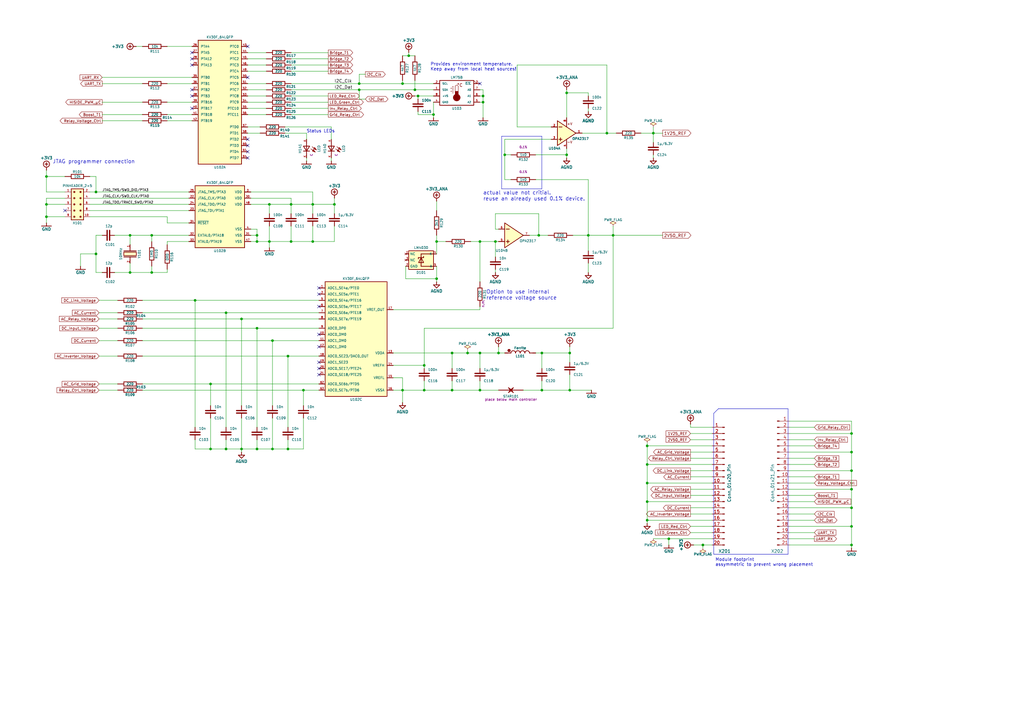
<source format=kicad_sch>
(kicad_sch (version 20230121) (generator eeschema)
  (paper "A3")
  (junction (at 19.05 88.9))
  (junction (at 349.25 208.28))
  (junction (at 171.45 39.37))
  (junction (at 110.49 99.06))
  (junction (at 167.64 22.86))
  (junction (at 111.76 184.15))
  (junction (at 105.41 99.06))
  (junction (at 241.3 96.52))
  (junction (at 232.41 38.1))
  (junction (at 349.25 200.66))
  (junction (at 265.43 213.36))
  (junction (at 179.07 114.3))
  (junction (at 86.36 184.15))
  (junction (at 232.41 63.5))
  (junction (at 349.25 177.8))
  (junction (at 110.49 83.82))
  (junction (at 19.05 72.39))
  (junction (at 105.41 96.52))
  (junction (at 119.38 99.06))
  (junction (at 80.01 123.19))
  (junction (at 220.98 96.52))
  (junction (at 118.11 184.15))
  (junction (at 39.37 104.14))
  (junction (at 196.85 144.78))
  (junction (at 233.68 160.02))
  (junction (at 99.06 130.81))
  (junction (at 191.77 144.78))
  (junction (at 105.41 184.15))
  (junction (at 222.25 160.02))
  (junction (at 118.11 146.05))
  (junction (at 92.71 128.27))
  (junction (at 251.46 96.52))
  (junction (at 62.23 111.76))
  (junction (at 128.27 99.06))
  (junction (at 39.37 78.74))
  (junction (at 222.25 144.78))
  (junction (at 53.34 96.52))
  (junction (at 265.43 182.88))
  (junction (at 198.12 39.37))
  (junction (at 288.29 223.52))
  (junction (at 349.25 215.9))
  (junction (at 99.06 184.15))
  (junction (at 173.99 149.86))
  (junction (at 248.92 54.61))
  (junction (at 177.8 46.99))
  (junction (at 265.43 205.74))
  (junction (at 86.36 157.48))
  (junction (at 124.46 160.02))
  (junction (at 185.42 144.78))
  (junction (at 165.1 34.29))
  (junction (at 349.25 223.52))
  (junction (at 119.38 83.82))
  (junction (at 203.2 99.06))
  (junction (at 92.71 184.15))
  (junction (at 179.07 99.06))
  (junction (at 265.43 190.5))
  (junction (at 105.41 134.62))
  (junction (at 137.16 83.82))
  (junction (at 165.1 160.02))
  (junction (at 62.23 96.52))
  (junction (at 196.85 99.06))
  (junction (at 111.76 139.7))
  (junction (at 173.99 160.02))
  (junction (at 207.01 63.5))
  (junction (at 233.68 144.78))
  (junction (at 274.32 220.98))
  (junction (at 265.43 198.12))
  (junction (at 19.05 83.82))
  (junction (at 185.42 160.02))
  (junction (at 198.12 41.91))
  (junction (at 196.85 160.02))
  (junction (at 128.27 83.82))
  (junction (at 349.25 193.04))
  (junction (at 147.32 34.29))
  (junction (at 267.97 54.61))
  (junction (at 147.32 36.83))
  (junction (at 349.25 185.42))
  (junction (at 53.34 111.76))
  (junction (at 204.47 144.78))
  (junction (at 170.18 36.83))
  (no_connect (at 78.74 36.83))
  (no_connect (at 130.81 151.13))
  (no_connect (at 101.6 57.15))
  (no_connect (at 130.81 142.24))
  (no_connect (at 130.81 153.67))
  (no_connect (at 130.81 120.65))
  (no_connect (at 196.85 34.29))
  (no_connect (at 78.74 21.59))
  (no_connect (at 130.81 125.73))
  (no_connect (at 26.67 86.36))
  (no_connect (at 101.6 62.23))
  (no_connect (at 130.81 118.11))
  (no_connect (at 101.6 59.69))
  (no_connect (at 101.6 19.05))
  (no_connect (at 130.81 137.16))
  (no_connect (at 130.81 148.59))
  (no_connect (at 101.6 31.75))
  (no_connect (at 78.74 26.67))
  (no_connect (at 78.74 24.13))
  (no_connect (at 101.6 64.77))
  (no_connect (at 78.74 44.45))
  (no_connect (at 78.74 39.37))
  (wire (pts (xy 102.87 83.82) (xy 110.49 83.82)))
  (wire (pts (xy 241.3 107.95) (xy 241.3 111.76)))
  (wire (pts (xy 86.36 171.45) (xy 86.36 184.15)))
  (wire (pts (xy 125.73 64.77) (xy 125.73 66.04)))
  (polyline (pts (xy 205.74 77.47) (xy 222.25 77.47)))
  (wire (pts (xy 137.16 99.06) (xy 137.16 92.71)))
  (wire (pts (xy 349.25 177.8) (xy 349.25 185.42)))
  (wire (pts (xy 137.16 83.82) (xy 137.16 87.63)))
  (wire (pts (xy 217.17 96.52) (xy 220.98 96.52)))
  (wire (pts (xy 203.2 111.76) (xy 203.2 110.49)))
  (wire (pts (xy 116.84 52.07) (xy 135.89 52.07)))
  (wire (pts (xy 41.91 41.91) (xy 58.42 41.91)))
  (wire (pts (xy 111.76 184.15) (xy 118.11 184.15)))
  (wire (pts (xy 135.89 64.77) (xy 135.89 66.04)))
  (wire (pts (xy 40.64 128.27) (xy 48.26 128.27)))
  (wire (pts (xy 251.46 96.52) (xy 271.78 96.52)))
  (wire (pts (xy 19.05 72.39) (xy 19.05 69.85)))
  (wire (pts (xy 171.45 39.37) (xy 177.8 39.37)))
  (wire (pts (xy 105.41 93.98) (xy 105.41 96.52)))
  (wire (pts (xy 173.99 134.62) (xy 173.99 149.86)))
  (wire (pts (xy 149.86 30.48) (xy 147.32 30.48)))
  (wire (pts (xy 171.45 45.72) (xy 171.45 46.99)))
  (wire (pts (xy 110.49 99.06) (xy 110.49 101.6)))
  (wire (pts (xy 68.58 91.44) (xy 77.47 91.44)))
  (wire (pts (xy 196.85 99.06) (xy 203.2 99.06)))
  (wire (pts (xy 68.58 41.91) (xy 78.74 41.91)))
  (wire (pts (xy 173.99 160.02) (xy 185.42 160.02)))
  (wire (pts (xy 283.21 173.99) (xy 283.21 175.26)))
  (wire (pts (xy 41.91 96.52) (xy 39.37 96.52)))
  (wire (pts (xy 19.05 81.28) (xy 19.05 83.82)))
  (wire (pts (xy 267.97 220.98) (xy 274.32 220.98)))
  (wire (pts (xy 219.71 144.78) (xy 222.25 144.78)))
  (wire (pts (xy 46.99 96.52) (xy 53.34 96.52)))
  (wire (pts (xy 36.83 72.39) (xy 39.37 72.39)))
  (wire (pts (xy 349.25 215.9) (xy 323.85 215.9)))
  (wire (pts (xy 41.91 46.99) (xy 58.42 46.99)))
  (wire (pts (xy 283.21 210.82) (xy 292.1 210.82)))
  (wire (pts (xy 241.3 96.52) (xy 251.46 96.52)))
  (wire (pts (xy 101.6 26.67) (xy 109.22 26.67)))
  (wire (pts (xy 58.42 139.7) (xy 111.76 139.7)))
  (wire (pts (xy 233.68 160.02) (xy 233.68 153.67)))
  (wire (pts (xy 283.21 180.34) (xy 292.1 180.34)))
  (wire (pts (xy 40.64 146.05) (xy 48.26 146.05)))
  (wire (pts (xy 265.43 205.74) (xy 265.43 213.36)))
  (wire (pts (xy 232.41 60.96) (xy 232.41 63.5)))
  (wire (pts (xy 196.85 144.78) (xy 204.47 144.78)))
  (wire (pts (xy 68.58 111.76) (xy 68.58 110.49)))
  (wire (pts (xy 19.05 88.9) (xy 19.05 91.44)))
  (wire (pts (xy 161.29 144.78) (xy 185.42 144.78)))
  (wire (pts (xy 58.42 134.62) (xy 105.41 134.62)))
  (wire (pts (xy 40.64 134.62) (xy 48.26 134.62)))
  (wire (pts (xy 179.07 109.22) (xy 179.07 114.3)))
  (wire (pts (xy 323.85 190.5) (xy 334.01 190.5)))
  (wire (pts (xy 53.34 96.52) (xy 53.34 100.33)))
  (wire (pts (xy 116.84 54.61) (xy 125.73 54.61)))
  (wire (pts (xy 147.32 36.83) (xy 170.18 36.83)))
  (wire (pts (xy 283.21 175.26) (xy 292.1 175.26)))
  (wire (pts (xy 119.38 44.45) (xy 134.62 44.45)))
  (wire (pts (xy 193.04 99.06) (xy 196.85 99.06)))
  (wire (pts (xy 198.12 39.37) (xy 198.12 36.83)))
  (wire (pts (xy 92.71 128.27) (xy 130.81 128.27)))
  (wire (pts (xy 349.25 223.52) (xy 349.25 224.79)))
  (wire (pts (xy 207.01 63.5) (xy 209.55 63.5)))
  (wire (pts (xy 124.46 160.02) (xy 130.81 160.02)))
  (wire (pts (xy 46.99 111.76) (xy 53.34 111.76)))
  (wire (pts (xy 196.85 99.06) (xy 196.85 115.57)))
  (polyline (pts (xy 222.25 77.47) (xy 222.25 55.88)))
  (wire (pts (xy 105.41 180.34) (xy 105.41 184.15)))
  (wire (pts (xy 118.11 146.05) (xy 130.81 146.05)))
  (polyline (pts (xy 323.215 227.33) (xy 292.735 227.33)))
  (wire (pts (xy 288.29 223.52) (xy 292.1 223.52)))
  (wire (pts (xy 92.71 180.34) (xy 92.71 184.15)))
  (wire (pts (xy 191.77 143.51) (xy 191.77 144.78)))
  (wire (pts (xy 196.85 125.73) (xy 196.85 127)))
  (wire (pts (xy 36.83 88.9) (xy 68.58 88.9)))
  (wire (pts (xy 68.58 88.9) (xy 68.58 91.44)))
  (wire (pts (xy 185.42 160.02) (xy 185.42 156.21)))
  (wire (pts (xy 92.71 184.15) (xy 99.06 184.15)))
  (wire (pts (xy 58.42 123.19) (xy 80.01 123.19)))
  (wire (pts (xy 179.07 114.3) (xy 179.07 115.57)))
  (wire (pts (xy 198.12 41.91) (xy 198.12 39.37)))
  (wire (pts (xy 99.06 171.45) (xy 99.06 184.15)))
  (wire (pts (xy 323.85 213.36) (xy 334.01 213.36)))
  (wire (pts (xy 323.85 210.82) (xy 334.01 210.82)))
  (wire (pts (xy 191.77 144.78) (xy 196.85 144.78)))
  (wire (pts (xy 267.97 58.42) (xy 267.97 54.61)))
  (wire (pts (xy 323.85 205.74) (xy 334.01 205.74)))
  (wire (pts (xy 137.16 81.28) (xy 137.16 83.82)))
  (wire (pts (xy 173.99 149.86) (xy 173.99 151.13)))
  (wire (pts (xy 262.89 54.61) (xy 267.97 54.61)))
  (wire (pts (xy 101.6 24.13) (xy 109.22 24.13)))
  (wire (pts (xy 323.85 223.52) (xy 349.25 223.52)))
  (wire (pts (xy 323.85 182.88) (xy 334.01 182.88)))
  (wire (pts (xy 203.2 105.41) (xy 203.2 99.06)))
  (wire (pts (xy 105.41 175.26) (xy 105.41 134.62)))
  (wire (pts (xy 185.42 144.78) (xy 185.42 151.13)))
  (wire (pts (xy 99.06 184.15) (xy 99.06 185.42)))
  (wire (pts (xy 101.6 44.45) (xy 109.22 44.45)))
  (wire (pts (xy 265.43 213.36) (xy 265.43 214.63)))
  (wire (pts (xy 274.32 223.52) (xy 274.32 220.98)))
  (wire (pts (xy 233.68 142.24) (xy 233.68 144.78)))
  (polyline (pts (xy 205.74 55.88) (xy 205.74 77.47)))
  (wire (pts (xy 147.32 34.29) (xy 165.1 34.29)))
  (wire (pts (xy 105.41 134.62) (xy 130.81 134.62)))
  (polyline (pts (xy 294.64 167.64) (xy 323.215 167.64)))
  (wire (pts (xy 48.26 160.02) (xy 40.64 160.02)))
  (wire (pts (xy 265.43 182.88) (xy 265.43 190.5)))
  (wire (pts (xy 265.43 190.5) (xy 265.43 198.12)))
  (wire (pts (xy 196.85 41.91) (xy 198.12 41.91)))
  (wire (pts (xy 177.8 46.99) (xy 177.8 41.91)))
  (wire (pts (xy 222.25 160.02) (xy 233.68 160.02)))
  (wire (pts (xy 196.85 127) (xy 161.29 127)))
  (wire (pts (xy 323.85 200.66) (xy 349.25 200.66)))
  (wire (pts (xy 207.01 57.15) (xy 207.01 63.5)))
  (wire (pts (xy 323.85 180.34) (xy 334.01 180.34)))
  (wire (pts (xy 26.67 83.82) (xy 19.05 83.82)))
  (wire (pts (xy 173.99 160.02) (xy 173.99 156.21)))
  (wire (pts (xy 128.27 83.82) (xy 128.27 87.63)))
  (wire (pts (xy 323.85 187.96) (xy 334.01 187.96)))
  (wire (pts (xy 119.38 36.83) (xy 147.32 36.83)))
  (wire (pts (xy 179.07 99.06) (xy 179.07 104.14)))
  (wire (pts (xy 204.47 93.98) (xy 203.2 93.98)))
  (wire (pts (xy 171.45 40.64) (xy 171.45 39.37)))
  (wire (pts (xy 177.8 46.99) (xy 177.8 48.26)))
  (wire (pts (xy 99.06 184.15) (xy 105.41 184.15)))
  (wire (pts (xy 234.95 96.52) (xy 241.3 96.52)))
  (wire (pts (xy 323.85 195.58) (xy 334.01 195.58)))
  (polyline (pts (xy 323.215 167.64) (xy 323.215 227.33)))
  (wire (pts (xy 323.85 218.44) (xy 334.01 218.44)))
  (wire (pts (xy 179.07 96.52) (xy 179.07 99.06)))
  (wire (pts (xy 99.06 166.37) (xy 99.06 130.81)))
  (wire (pts (xy 207.01 57.15) (xy 226.06 57.15)))
  (wire (pts (xy 349.25 193.04) (xy 349.25 200.66)))
  (wire (pts (xy 241.3 44.45) (xy 241.3 45.72)))
  (wire (pts (xy 323.85 220.98) (xy 334.01 220.98)))
  (wire (pts (xy 165.1 33.02) (xy 165.1 34.29)))
  (wire (pts (xy 80.01 184.15) (xy 80.01 180.34)))
  (wire (pts (xy 185.42 144.78) (xy 191.77 144.78)))
  (wire (pts (xy 147.32 40.64) (xy 147.32 36.83)))
  (wire (pts (xy 101.6 54.61) (xy 106.68 54.61)))
  (wire (pts (xy 36.83 78.74) (xy 39.37 78.74)))
  (wire (pts (xy 39.37 104.14) (xy 39.37 111.76)))
  (wire (pts (xy 349.25 215.9) (xy 349.25 223.52)))
  (wire (pts (xy 62.23 111.76) (xy 68.58 111.76)))
  (wire (pts (xy 283.21 203.2) (xy 292.1 203.2)))
  (wire (pts (xy 111.76 139.7) (xy 130.81 139.7)))
  (wire (pts (xy 124.46 160.02) (xy 124.46 166.37)))
  (wire (pts (xy 86.36 166.37) (xy 86.36 157.48)))
  (wire (pts (xy 119.38 21.59) (xy 134.62 21.59)))
  (wire (pts (xy 39.37 78.74) (xy 77.47 78.74)))
  (wire (pts (xy 196.85 151.13) (xy 196.85 144.78)))
  (wire (pts (xy 204.47 142.24) (xy 204.47 144.78)))
  (wire (pts (xy 68.58 49.53) (xy 78.74 49.53)))
  (wire (pts (xy 26.67 81.28) (xy 19.05 81.28)))
  (wire (pts (xy 125.73 54.61) (xy 125.73 57.15)))
  (wire (pts (xy 292.1 182.88) (xy 265.43 182.88)))
  (wire (pts (xy 102.87 93.98) (xy 105.41 93.98)))
  (wire (pts (xy 233.68 144.78) (xy 233.68 148.59)))
  (wire (pts (xy 118.11 175.26) (xy 118.11 146.05)))
  (wire (pts (xy 212.09 26.67) (xy 248.92 26.67)))
  (wire (pts (xy 232.41 36.83) (xy 232.41 38.1)))
  (wire (pts (xy 219.71 73.66) (xy 241.3 73.66)))
  (wire (pts (xy 26.67 88.9) (xy 19.05 88.9)))
  (wire (pts (xy 283.21 193.04) (xy 292.1 193.04)))
  (wire (pts (xy 110.49 92.71) (xy 110.49 99.06)))
  (wire (pts (xy 232.41 63.5) (xy 232.41 64.77)))
  (wire (pts (xy 283.21 195.58) (xy 292.1 195.58)))
  (wire (pts (xy 119.38 24.13) (xy 134.62 24.13)))
  (wire (pts (xy 68.58 46.99) (xy 78.74 46.99)))
  (wire (pts (xy 196.85 39.37) (xy 198.12 39.37)))
  (wire (pts (xy 265.43 198.12) (xy 292.1 198.12)))
  (wire (pts (xy 19.05 78.74) (xy 19.05 72.39)))
  (wire (pts (xy 105.41 99.06) (xy 110.49 99.06)))
  (wire (pts (xy 323.85 175.26) (xy 334.01 175.26)))
  (wire (pts (xy 283.21 185.42) (xy 292.1 185.42)))
  (wire (pts (xy 241.3 38.1) (xy 232.41 38.1)))
  (wire (pts (xy 68.58 99.06) (xy 68.58 100.33)))
  (wire (pts (xy 241.3 73.66) (xy 241.3 96.52)))
  (wire (pts (xy 203.2 93.98) (xy 203.2 87.63)))
  (wire (pts (xy 207.01 63.5) (xy 207.01 73.66)))
  (wire (pts (xy 128.27 83.82) (xy 137.16 83.82)))
  (wire (pts (xy 165.1 160.02) (xy 165.1 165.1)))
  (wire (pts (xy 170.18 36.83) (xy 177.8 36.83)))
  (wire (pts (xy 283.21 218.44) (xy 292.1 218.44)))
  (wire (pts (xy 161.29 149.86) (xy 173.99 149.86)))
  (wire (pts (xy 267.97 54.61) (xy 271.78 54.61)))
  (wire (pts (xy 119.38 99.06) (xy 128.27 99.06)))
  (wire (pts (xy 267.97 64.77) (xy 267.97 63.5)))
  (wire (pts (xy 53.34 107.95) (xy 53.34 111.76)))
  (wire (pts (xy 119.38 34.29) (xy 147.32 34.29)))
  (wire (pts (xy 170.18 39.37) (xy 171.45 39.37)))
  (wire (pts (xy 80.01 175.26) (xy 80.01 123.19)))
  (wire (pts (xy 288.29 223.52) (xy 288.29 224.79)))
  (wire (pts (xy 251.46 96.52) (xy 251.46 134.62)))
  (wire (pts (xy 233.68 160.02) (xy 242.57 160.02)))
  (wire (pts (xy 323.85 193.04) (xy 349.25 193.04)))
  (wire (pts (xy 241.3 39.37) (xy 241.3 38.1)))
  (wire (pts (xy 179.07 114.3) (xy 166.37 114.3)))
  (wire (pts (xy 267.97 52.07) (xy 267.97 54.61)))
  (wire (pts (xy 62.23 109.22) (xy 62.23 111.76)))
  (wire (pts (xy 77.47 83.82) (xy 36.83 83.82)))
  (wire (pts (xy 77.47 99.06) (xy 68.58 99.06)))
  (wire (pts (xy 53.34 96.52) (xy 62.23 96.52)))
  (wire (pts (xy 119.38 83.82) (xy 119.38 87.63)))
  (wire (pts (xy 101.6 46.99) (xy 109.22 46.99)))
  (wire (pts (xy 179.07 99.06) (xy 182.88 99.06)))
  (wire (pts (xy 102.87 81.28) (xy 119.38 81.28)))
  (wire (pts (xy 222.25 144.78) (xy 222.25 151.13)))
  (wire (pts (xy 167.64 22.86) (xy 167.64 21.59)))
  (wire (pts (xy 232.41 38.1) (xy 232.41 48.26)))
  (wire (pts (xy 68.58 34.29) (xy 78.74 34.29)))
  (wire (pts (xy 111.76 166.37) (xy 111.76 139.7)))
  (wire (pts (xy 349.25 172.72) (xy 349.25 177.8)))
  (wire (pts (xy 265.43 205.74) (xy 292.1 205.74)))
  (wire (pts (xy 86.36 184.15) (xy 92.71 184.15)))
  (wire (pts (xy 92.71 175.26) (xy 92.71 128.27)))
  (wire (pts (xy 349.25 185.42) (xy 349.25 193.04)))
  (wire (pts (xy 349.25 208.28) (xy 349.25 215.9)))
  (wire (pts (xy 149.86 40.64) (xy 147.32 40.64)))
  (wire (pts (xy 128.27 99.06) (xy 128.27 92.71)))
  (wire (pts (xy 323.85 198.12) (xy 334.01 198.12)))
  (wire (pts (xy 128.27 78.74) (xy 102.87 78.74)))
  (wire (pts (xy 102.87 99.06) (xy 105.41 99.06)))
  (wire (pts (xy 119.38 41.91) (xy 134.62 41.91)))
  (wire (pts (xy 323.85 172.72) (xy 349.25 172.72)))
  (wire (pts (xy 101.6 36.83) (xy 109.22 36.83)))
  (wire (pts (xy 111.76 171.45) (xy 111.76 184.15)))
  (wire (pts (xy 323.85 185.42) (xy 349.25 185.42)))
  (polyline (pts (xy 222.25 55.88) (xy 205.74 55.88)))
  (wire (pts (xy 248.92 54.61) (xy 252.73 54.61)))
  (wire (pts (xy 58.42 157.48) (xy 86.36 157.48)))
  (wire (pts (xy 204.47 144.78) (xy 207.01 144.78)))
  (wire (pts (xy 251.46 92.71) (xy 251.46 96.52)))
  (wire (pts (xy 284.48 223.52) (xy 288.29 223.52)))
  (wire (pts (xy 147.32 30.48) (xy 147.32 34.29)))
  (wire (pts (xy 323.85 208.28) (xy 349.25 208.28)))
  (wire (pts (xy 323.85 203.2) (xy 334.01 203.2)))
  (wire (pts (xy 110.49 83.82) (xy 110.49 87.63)))
  (wire (pts (xy 207.01 73.66) (xy 209.55 73.66)))
  (wire (pts (xy 119.38 99.06) (xy 119.38 92.71)))
  (wire (pts (xy 214.63 160.02) (xy 222.25 160.02)))
  (wire (pts (xy 248.92 26.67) (xy 248.92 54.61)))
  (wire (pts (xy 40.64 157.48) (xy 48.26 157.48)))
  (wire (pts (xy 19.05 83.82) (xy 19.05 88.9)))
  (wire (pts (xy 58.42 146.05) (xy 118.11 146.05)))
  (polyline (pts (xy 292.735 169.545) (xy 294.64 167.64)))
  (wire (pts (xy 179.07 82.55) (xy 179.07 86.36)))
  (wire (pts (xy 101.6 39.37) (xy 109.22 39.37)))
  (wire (pts (xy 119.38 26.67) (xy 134.62 26.67)))
  (wire (pts (xy 283.21 187.96) (xy 292.1 187.96)))
  (wire (pts (xy 165.1 160.02) (xy 173.99 160.02)))
  (wire (pts (xy 119.38 83.82) (xy 128.27 83.82)))
  (wire (pts (xy 196.85 160.02) (xy 204.47 160.02)))
  (wire (pts (xy 198.12 48.26) (xy 198.12 41.91)))
  (wire (pts (xy 110.49 83.82) (xy 119.38 83.82)))
  (wire (pts (xy 203.2 99.06) (xy 204.47 99.06)))
  (wire (pts (xy 283.21 208.28) (xy 292.1 208.28)))
  (wire (pts (xy 101.6 29.21) (xy 109.22 29.21)))
  (wire (pts (xy 101.6 21.59) (xy 109.22 21.59)))
  (wire (pts (xy 26.67 78.74) (xy 19.05 78.74)))
  (wire (pts (xy 283.21 200.66) (xy 292.1 200.66)))
  (wire (pts (xy 128.27 78.74) (xy 128.27 83.82)))
  (wire (pts (xy 222.25 160.02) (xy 222.25 156.21)))
  (wire (pts (xy 110.49 99.06) (xy 119.38 99.06)))
  (wire (pts (xy 265.43 190.5) (xy 292.1 190.5)))
  (wire (pts (xy 349.25 200.66) (xy 349.25 208.28)))
  (wire (pts (xy 219.71 63.5) (xy 232.41 63.5)))
  (wire (pts (xy 265.43 198.12) (xy 265.43 205.74)))
  (wire (pts (xy 41.91 49.53) (xy 58.42 49.53)))
  (wire (pts (xy 251.46 134.62) (xy 173.99 134.62)))
  (wire (pts (xy 68.58 19.05) (xy 78.74 19.05)))
  (wire (pts (xy 198.12 36.83) (xy 196.85 36.83)))
  (wire (pts (xy 165.1 34.29) (xy 177.8 34.29)))
  (wire (pts (xy 220.98 96.52) (xy 224.79 96.52)))
  (wire (pts (xy 86.36 157.48) (xy 130.81 157.48)))
  (polyline (pts (xy 292.735 169.545) (xy 292.735 227.33)))
  (wire (pts (xy 119.38 29.21) (xy 134.62 29.21)))
  (wire (pts (xy 19.05 72.39) (xy 26.67 72.39)))
  (wire (pts (xy 118.11 184.15) (xy 118.11 180.34)))
  (wire (pts (xy 39.37 111.76) (xy 41.91 111.76)))
  (wire (pts (xy 58.42 160.02) (xy 124.46 160.02)))
  (wire (pts (xy 161.29 160.02) (xy 165.1 160.02)))
  (wire (pts (xy 185.42 160.02) (xy 196.85 160.02)))
  (wire (pts (xy 170.18 33.02) (xy 170.18 36.83)))
  (wire (pts (xy 41.91 34.29) (xy 58.42 34.29)))
  (wire (pts (xy 118.11 184.15) (xy 124.46 184.15)))
  (wire (pts (xy 102.87 96.52) (xy 105.41 96.52)))
  (wire (pts (xy 166.37 114.3) (xy 166.37 109.22)))
  (wire (pts (xy 226.06 52.07) (xy 212.09 52.07)))
  (wire (pts (xy 36.83 86.36) (xy 77.47 86.36)))
  (wire (pts (xy 105.41 96.52) (xy 105.41 99.06)))
  (wire (pts (xy 119.38 81.28) (xy 119.38 83.82)))
  (wire (pts (xy 119.38 46.99) (xy 134.62 46.99)))
  (wire (pts (xy 58.42 130.81) (xy 99.06 130.81)))
  (wire (pts (xy 241.3 96.52) (xy 241.3 102.87)))
  (wire (pts (xy 196.85 160.02) (xy 196.85 156.21)))
  (wire (pts (xy 40.64 130.81) (xy 48.26 130.81)))
  (wire (pts (xy 167.64 22.86) (xy 165.1 22.86)))
  (wire (pts (xy 135.89 52.07) (xy 135.89 57.15)))
  (wire (pts (xy 171.45 46.99) (xy 177.8 46.99)))
  (wire (pts (xy 36.83 81.28) (xy 77.47 81.28)))
  (wire (pts (xy 33.02 109.22) (xy 33.02 104.14)))
  (wire (pts (xy 265.43 213.36) (xy 292.1 213.36)))
  (wire (pts (xy 203.2 87.63) (xy 220.98 87.63)))
  (wire (pts (xy 99.06 130.81) (xy 130.81 130.81)))
  (wire (pts (xy 62.23 96.52) (xy 77.47 96.52)))
  (wire (pts (xy 161.29 154.94) (xy 165.1 154.94)))
  (wire (pts (xy 80.01 184.15) (xy 86.36 184.15)))
  (wire (pts (xy 323.85 177.8) (xy 349.25 177.8)))
  (wire (pts (xy 39.37 96.52) (xy 39.37 104.14)))
  (wire (pts (xy 274.32 220.98) (xy 292.1 220.98)))
  (wire (pts (xy 101.6 41.91) (xy 109.22 41.91)))
  (wire (pts (xy 124.46 184.15) (xy 124.46 171.45)))
  (wire (pts (xy 101.6 34.29) (xy 109.22 34.29)))
  (wire (pts (xy 33.02 104.14) (xy 39.37 104.14)))
  (wire (pts (xy 40.64 139.7) (xy 48.26 139.7)))
  (wire (pts (xy 170.18 22.86) (xy 167.64 22.86)))
  (wire (pts (xy 55.88 19.05) (xy 58.42 19.05)))
  (wire (pts (xy 105.41 184.15) (xy 111.76 184.15)))
  (wire (pts (xy 128.27 99.06) (xy 137.16 99.06)))
  (wire (pts (xy 62.23 96.52) (xy 62.23 99.06)))
  (wire (pts (xy 41.91 31.75) (xy 78.74 31.75)))
  (wire (pts (xy 80.01 123.19) (xy 130.81 123.19)))
  (wire (pts (xy 283.21 177.8) (xy 292.1 177.8)))
  (wire (pts (xy 58.42 128.27) (xy 92.71 128.27)))
  (wire (pts (xy 222.25 144.78) (xy 233.68 144.78)))
  (wire (pts (xy 283.21 215.9) (xy 292.1 215.9)))
  (wire (pts (xy 220.98 87.63) (xy 220.98 96.52)))
  (polyline (pts (xy 294.64 167.64) (xy 294.64 167.64)))
  (wire (pts (xy 119.38 39.37) (xy 134.62 39.37)))
  (wire (pts (xy 212.09 52.07) (xy 212.09 26.67)))
  (wire (pts (xy 165.1 154.94) (xy 165.1 160.02)))
  (wire (pts (xy 39.37 72.39) (xy 39.37 78.74)))
  (wire (pts (xy 265.43 181.61) (xy 265.43 182.88)))
  (wire (pts (xy 40.64 123.19) (xy 48.26 123.19)))
  (wire (pts (xy 238.76 54.61) (xy 248.92 54.61)))
  (wire (pts (xy 53.34 111.76) (xy 62.23 111.76)))
  (wire (pts (xy 101.6 52.07) (xy 106.68 52.07)))
  (text "JTAG programmer connection" (at 21.59 67.31 0) (effects (font (size 1.524 1.524)) (justify left bottom)))
  (text "Provides environment temperature.\nKeep away from local heat sources!" (at 176.53 29.21 0) (effects (font (size 1.27 1.27)) (justify left bottom)))
  (text "Option to use internal\nreference voltage source" (at 199.39 123.19 0) (effects (font (size 1.524 1.524)) (justify left bottom)))
  (text "Module footprint\nassymmetric to prevent wrong placement\n" (at 293.37 232.41 0) (effects (font (size 1.27 1.27)) (justify left bottom)))
  (text "Status LEDs" (at 125.73 54.61 0) (effects (font (size 1.27 1.27)) (justify left bottom)))
  (text "actual value not critial.\nreuse an already used 0.1 % device." (at 198.12 82.55 0) (effects (font (size 1.524 1.524)) (justify left bottom)))
  (label "JTAG_TMS{slash}SWD_DIO{slash}PTA3" (at 41.91 78.74 0) (effects (font (size 0.9906 0.9906))))
  (label "I2C_Dat" (at 137.16 36.83 0))
  (label "JTAG_TDO{slash}TRACE_SWO{slash}PTA2" (at 41.91 83.82 0) (effects (font (size 0.9906 0.9906))))
  (label "I2C_Clk" (at 137.16 34.29 0))
  (label "JTAG_CLK{slash}SWD_CLK{slash}PTA0" (at 41.91 81.28 0) (effects (font (size 0.9906 0.9906))))
  (global_label "UART_TX" (shape output) (at 41.91 34.29 180) (effects (font (size 1.1 1.1))) (property "Intersheetrefs" "${INTERSHEET_REFS}" (effects hide)))
  (global_label "DC_Input_Voltage" (shape output) (at 283.21 203.2 180) (effects (font (size 1.1 1.1))) (property "Intersheetrefs" "${INTERSHEET_REFS}" (effects hide)))
  (global_label "Grid_Relay_Ctrl" (shape output) (at 134.62 46.99 0) (effects (font (size 1.1 1.1))) (property "Intersheetrefs" "${INTERSHEET_REFS}" (effects hide)))
  (global_label "AC_Grid_Voltage" (shape output) (at 283.21 185.42 180) (effects (font (size 1.1 1.1))) (property "Intersheetrefs" "${INTERSHEET_REFS}" (effects hide)))
  (global_label "Bridge_T1" (shape output) (at 134.62 21.59 0) (effects (font (size 1.1 1.1))) (property "Intersheetrefs" "${INTERSHEET_REFS}" (effects hide)))
  (global_label "Bridge_T4" (shape output) (at 134.62 29.21 0) (effects (font (size 1.1 1.1))) (property "Intersheetrefs" "${INTERSHEET_REFS}" (effects hide)))
  (global_label "Relay_Voltage_Ctrl" (shape input) (at 334.01 198.12 0) (effects (font (size 1.1 1.1))) (property "Intersheetrefs" "${INTERSHEET_REFS}" (effects hide)))
  (global_label "I2C_Dat" (shape bidirectional) (at 334.01 213.36 0) (effects (font (size 1.1 1.1))) (property "Intersheetrefs" "${INTERSHEET_REFS}" (effects hide)))
  (global_label "LED_Red_Ctrl" (shape input) (at 283.21 215.9 180) (effects (font (size 1.1 1.1))) (property "Intersheetrefs" "${INTERSHEET_REFS}" (effects hide)))
  (global_label "UART_RX" (shape output) (at 334.01 220.98 0) (effects (font (size 1.1 1.1))) (property "Intersheetrefs" "${INTERSHEET_REFS}" (effects hide)))
  (global_label "Bridge_T2" (shape input) (at 334.01 190.5 0) (effects (font (size 1.1 1.1))) (property "Intersheetrefs" "${INTERSHEET_REFS}" (effects hide)))
  (global_label "DC_Current" (shape input) (at 40.64 139.7 180) (effects (font (size 1.1 1.1))) (property "Intersheetrefs" "${INTERSHEET_REFS}" (effects hide)))
  (global_label "AC_Relay_Voltage" (shape input) (at 40.64 130.81 180) (effects (font (size 1.1 1.1))) (property "Intersheetrefs" "${INTERSHEET_REFS}" (effects hide)))
  (global_label "Inv_Relay_Ctrl" (shape input) (at 334.01 180.34 0) (effects (font (size 1.1 1.1))) (property "Intersheetrefs" "${INTERSHEET_REFS}" (effects hide)))
  (global_label "I2C_Dat" (shape bidirectional) (at 149.86 40.64 0) (effects (font (size 1.1 1.1))) (property "Intersheetrefs" "${INTERSHEET_REFS}" (effects hide)))
  (global_label "DC_Input_Voltage" (shape input) (at 40.64 134.62 180) (effects (font (size 1.1 1.1))) (property "Intersheetrefs" "${INTERSHEET_REFS}" (effects hide)))
  (global_label "Bridge_T3" (shape output) (at 134.62 26.67 0) (effects (font (size 1.1 1.1))) (property "Intersheetrefs" "${INTERSHEET_REFS}" (effects hide)))
  (global_label "2V50_REF" (shape input) (at 283.21 180.34 180) (effects (font (size 1.1 1.1))) (property "Intersheetrefs" "${INTERSHEET_REFS}" (effects hide)))
  (global_label "HISIDE_PWM_µC" (shape input) (at 334.01 205.74 0) (effects (font (size 1.1 1.1))) (property "Intersheetrefs" "${INTERSHEET_REFS}" (effects hide)))
  (global_label "Inv_Relay_Ctrl" (shape output) (at 134.62 44.45 0) (effects (font (size 1.1 1.1))) (property "Intersheetrefs" "${INTERSHEET_REFS}" (effects hide)))
  (global_label "Boost_T1" (shape output) (at 41.91 46.99 180) (effects (font (size 1.1 1.1))) (property "Intersheetrefs" "${INTERSHEET_REFS}" (effects hide)))
  (global_label "UART_TX" (shape input) (at 334.01 218.44 0) (effects (font (size 1.1 1.1))) (property "Intersheetrefs" "${INTERSHEET_REFS}" (effects hide)))
  (global_label "2V50_REF" (shape output) (at 271.78 96.52 0) (property "Intersheetrefs" "${INTERSHEET_REFS}" (effects hide)))
  (global_label "Bridge_T3" (shape input) (at 334.01 187.96 0) (effects (font (size 1.1 1.1))) (property "Intersheetrefs" "${INTERSHEET_REFS}" (effects hide)))
  (global_label "Bridge_T1" (shape input) (at 334.01 195.58 0) (effects (font (size 1.1 1.1))) (property "Intersheetrefs" "${INTERSHEET_REFS}" (effects hide)))
  (global_label "LED_Red_Ctrl" (shape output) (at 134.62 39.37 0) (effects (font (size 1.1 1.1))) (property "Intersheetrefs" "${INTERSHEET_REFS}" (effects hide)))
  (global_label "Boost_T1" (shape input) (at 334.01 203.2 0) (effects (font (size 1.1 1.1))) (property "Intersheetrefs" "${INTERSHEET_REFS}" (effects hide)))
  (global_label "LED_Green_Ctrl" (shape input) (at 283.21 218.44 180) (effects (font (size 1.1 1.1))) (property "Intersheetrefs" "${INTERSHEET_REFS}" (effects hide)))
  (global_label "DC_Current" (shape output) (at 283.21 208.28 180) (effects (font (size 1.1 1.1))) (property "Intersheetrefs" "${INTERSHEET_REFS}" (effects hide)))
  (global_label "Grid_Relay_Ctrl" (shape input) (at 334.01 175.26 0) (effects (font (size 1.1 1.1))) (property "Intersheetrefs" "${INTERSHEET_REFS}" (effects hide)))
  (global_label "UART_RX" (shape input) (at 41.91 31.75 180) (effects (font (size 1.1 1.1))) (property "Intersheetrefs" "${INTERSHEET_REFS}" (effects hide)))
  (global_label "1V25_REF" (shape output) (at 271.78 54.61 0) (property "Intersheetrefs" "${INTERSHEET_REFS}" (effects hide)))
  (global_label "AC_Relay_Voltage" (shape output) (at 283.21 200.66 180) (effects (font (size 1.1 1.1))) (property "Intersheetrefs" "${INTERSHEET_REFS}" (effects hide)))
  (global_label "DC_Link_Voltage" (shape output) (at 283.21 193.04 180) (effects (font (size 1.1 1.1))) (property "Intersheetrefs" "${INTERSHEET_REFS}" (effects hide)))
  (global_label "Bridge_T4" (shape input) (at 334.01 182.88 0) (effects (font (size 1.1 1.1))) (property "Intersheetrefs" "${INTERSHEET_REFS}" (effects hide)))
  (global_label "AC_Grid_Voltage" (shape input) (at 40.64 157.48 180) (effects (font (size 1.1 1.1))) (property "Intersheetrefs" "${INTERSHEET_REFS}" (effects hide)))
  (global_label "DC_Link_Voltage" (shape input) (at 40.64 123.19 180) (effects (font (size 1.1 1.1))) (property "Intersheetrefs" "${INTERSHEET_REFS}" (effects hide)))
  (global_label "HISIDE_PWM_µC" (shape output) (at 41.91 41.91 180) (effects (font (size 1.1 1.1))) (property "Intersheetrefs" "${INTERSHEET_REFS}" (effects hide)))
  (global_label "Relay_Ctrl_Voltage" (shape output) (at 283.21 187.96 180) (effects (font (size 1.1 1.1))) (property "Intersheetrefs" "${INTERSHEET_REFS}" (effects hide)))
  (global_label "AC_Inverter_Voltage" (shape output) (at 283.21 210.82 180) (effects (font (size 1.1 1.1))) (property "Intersheetrefs" "${INTERSHEET_REFS}" (effects hide)))
  (global_label "Bridge_T2" (shape output) (at 134.62 24.13 0) (effects (font (size 1.1 1.1))) (property "Intersheetrefs" "${INTERSHEET_REFS}" (effects hide)))
  (global_label "I2C_Clk" (shape output) (at 149.86 30.48 0) (effects (font (size 1.1 1.1))) (property "Intersheetrefs" "${INTERSHEET_REFS}" (effects hide)))
  (global_label "AC_Current" (shape input) (at 40.64 128.27 180) (effects (font (size 1.1 1.1))) (property "Intersheetrefs" "${INTERSHEET_REFS}" (effects hide)))
  (global_label "AC_Inverter_Voltage" (shape input) (at 40.64 146.05 180) (effects (font (size 1.1 1.1))) (property "Intersheetrefs" "${INTERSHEET_REFS}" (effects hide)))
  (global_label "1V25_REF" (shape input) (at 283.21 177.8 180) (effects (font (size 1.1 1.1))) (property "Intersheetrefs" "${INTERSHEET_REFS}" (effects hide)))
  (global_label "Relay_Voltage_Ctrl" (shape output) (at 41.91 49.53 180) (effects (font (size 1.1 1.1))) (property "Intersheetrefs" "${INTERSHEET_REFS}" (effects hide)))
  (global_label "LED_Green_Ctrl" (shape output) (at 134.62 41.91 0) (effects (font (size 1.1 1.1))) (property "Intersheetrefs" "${INTERSHEET_REFS}" (effects hide)))
  (global_label "AC_Current" (shape output) (at 283.21 195.58 180) (effects (font (size 1.1 1.1))) (property "Intersheetrefs" "${INTERSHEET_REFS}" (effects hide)))
  (global_label "I2C_Clk" (shape input) (at 334.01 210.82 0) (effects (font (size 1.1 1.1))) (property "Intersheetrefs" "${INTERSHEET_REFS}" (effects hide)))
  (global_label "Relay_Ctrl_Voltage" (shape input) (at 40.64 160.02 180) (effects (font (size 1.1 1.1))) (property "Intersheetrefs" "${INTERSHEET_REFS}" (effects hide)))
  (symbol (lib_id "OSSI_standard_components:+3V3_ANA") (at 179.07 82.55 0) (unit 1)
    (property "Reference" "#+3V3_ANA0101" (effects hide))
    (property "Value" "+3V3_ANA" (at 179.07 77.47 0) (effects (font (size 1.1938 1.1938) bold)))
  )
  (symbol (lib_id "OSSI_standard_components:Capacitor") (at 171.45 43.18 0) (unit 1)
    (property "Reference" "C115" (at 172.974 45.72 0) (effects (font (size 0.9906 0.9906)) (justify left)))
    (property "Value" "100n" (at 172.974 41.148 0) (effects (font (size 0.9906 0.9906)) (justify left)))
    (property "Footprint" "OSSI_standard_footprints:0603_W" (effects hide))
    (property "Tolerance" "%" (effects hide))
    (property "Manufacturer" "M" (effects hide))
    (property "Partnumber" "P" (effects hide))
    (property "Supplier" "S" (effects hide))
    (property "Order No." "O.No." (effects hide))
  )
  (symbol (lib_id "OSSI_standard_components:LED") (at 125.73 60.96 270) (unit 1)
    (property "Reference" "H141" (at 123.063 60.96 0) (effects (font (size 0.9906 0.9906))))
    (property "Value" "LED" (at 130.81 60.96 0) (effects (font (size 0.9906 0.9906))))
    (property "Footprint" "OSSI_standard_footprints:0603_W_LED" (effects hide))
    (property "Color" "C" (at 127.762 62.992 0) (effects (font (size 0.889 0.889)) (justify left)))
    (property "Manufacturer" "M" (effects hide))
    (property "Partnumber" "P" (effects hide))
    (property "Supplier" "S" (effects hide))
    (property "Order No." "O.No." (effects hide))
  )
  (symbol (lib_id "OSSI_standard_components:AGND") (at 265.43 214.63 0) (unit 1)
    (property "Reference" "#AGND0109" (effects hide))
    (property "Value" "AGND" (at 265.43 218.44 0) (effects (font (size 1.1938 1.1938) bold)))
  )
  (symbol (lib_id "OSSI_standard_components:Capacitor") (at 111.76 168.91 0) (unit 1)
    (property "Reference" "C109" (at 113.284 171.45 0) (effects (font (size 0.9906 0.9906)) (justify left)))
    (property "Value" "10n" (at 113.284 166.878 0) (effects (font (size 0.9906 0.9906)) (justify left)))
    (property "Footprint" "OSSI_standard_footprints:0603_W" (effects hide))
    (property "Tolerance" "%" (effects hide))
    (property "Manufacturer" "M" (effects hide))
    (property "Partnumber" "P" (effects hide))
    (property "Supplier" "S" (effects hide))
    (property "Order No." "O.No." (effects hide))
  )
  (symbol (lib_id "OSSI_standard_components:Resistor") (at 62.23 104.14 90) (mirror x) (unit 1)
    (property "Reference" "R110" (at 64.135 104.14 0) (effects (font (size 0.9906 0.9906))))
    (property "Value" "1M0" (at 62.23 104.14 0) (effects (font (size 0.9906 0.9906))))
    (property "Footprint" "OSSI_standard_footprints:0603_W" (effects hide))
    (property "Tolerance" "%" (effects hide))
    (property "Manufacturer" "M" (effects hide))
    (property "Partnumber" "P" (effects hide))
    (property "Supplier" "S" (effects hide))
    (property "Order No." "O.No." (effects hide))
  )
  (symbol (lib_id "OSSI_standard_components:PWR_FLAG") (at 265.43 181.61 0) (unit 1)
    (property "Reference" "#FLG0106" (effects hide))
    (property "Value" "PWR_FLAG" (at 265.43 179.07 0) (effects (font (size 0.9906 0.9906))))
  )
  (symbol (lib_id "OSSI_standard_components:+3V3") (at 137.16 81.28 0) (unit 1)
    (property "Reference" "#+3V0103" (effects hide))
    (property "Value" "+3V3" (at 137.16 76.2 0) (effects (font (size 1.1938 1.1938) bold)))
  )
  (symbol (lib_id "OSSI_standard_components:GND") (at 110.49 101.6 0) (unit 1)
    (property "Reference" "#GND0103" (effects hide))
    (property "Value" "GND" (at 110.49 104.14 0) (effects (font (size 1.1938 1.1938) bold)))
  )
  (symbol (lib_id "OSSI_standard_components:Resistor") (at 111.76 52.07 0) (unit 1)
    (property "Reference" "R140" (at 116.84 53.34 0) (effects (font (size 0.9906 0.9906))))
    (property "Value" "220" (at 111.76 52.07 0) (effects (font (size 0.9906 0.9906))))
    (property "Footprint" "OSSI_standard_footprints:0603_W" (effects hide))
    (property "Tolerance" "%" (effects hide))
    (property "Manufacturer" "M" (effects hide))
    (property "Partnumber" "P" (effects hide))
    (property "Supplier" "S" (effects hide))
    (property "Order No." "O.No." (effects hide))
  )
  (symbol (lib_id "OSSI_standard_components:Capacitor") (at 222.25 153.67 0) (unit 1)
    (property "Reference" "C120" (at 223.774 156.21 0) (effects (font (size 0.9906 0.9906)) (justify left)))
    (property "Value" "100n" (at 223.774 151.638 0) (effects (font (size 0.9906 0.9906)) (justify left)))
    (property "Footprint" "OSSI_standard_footprints:0603_W" (effects hide))
    (property "Tolerance" "%" (effects hide))
    (property "Manufacturer" "M" (effects hide))
    (property "Partnumber" "P" (effects hide))
    (property "Supplier" "S" (effects hide))
    (property "Order No." "O.No." (effects hide))
  )
  (symbol (lib_id "OSSI_standard_components:Resistor") (at 53.34 139.7 0) (unit 1)
    (property "Reference" "R107" (at 53.34 141.605 0) (effects (font (size 0.9906 0.9906))))
    (property "Value" "220" (at 53.34 139.7 0) (effects (font (size 0.9906 0.9906))))
    (property "Footprint" "OSSI_standard_footprints:0603_W" (effects hide))
    (property "Tolerance" "%" (effects hide))
    (property "Manufacturer" "M" (effects hide))
    (property "Partnumber" "P" (effects hide))
    (property "Supplier" "S" (effects hide))
    (property "Order No." "O.No." (effects hide))
  )
  (symbol (lib_id "OSSI_standard_components:GND") (at 135.89 66.04 0) (unit 1)
    (property "Reference" "#GND0108" (effects hide))
    (property "Value" "GND" (at 135.89 68.58 0) (effects (font (size 1.1938 1.1938) bold)))
  )
  (symbol (lib_id "OSSI_standard_components:DUAL_OPAMP") (at 209.55 96.52 0) (unit 2)
    (property "Reference" "U104" (at 208.28 102.743 0) (effects (font (size 0.9906 0.9906)) (justify right)))
    (property "Value" "OPA2317" (at 213.106 98.806 0) (effects (font (size 0.9906 0.9906)) (justify left)))
    (property "Footprint" "OSSI_standard_footprints:SOIC8" (effects hide))
    (property "Manufacturer" "M" (effects hide))
    (property "Partnumber" "P" (effects hide))
    (property "Supplier" "S" (effects hide))
    (property "Order No." "O.No." (effects hide))
  )
  (symbol (lib_id "OSSI_standard_components:Resistor") (at 114.3 24.13 0) (unit 1)
    (property "Reference" "R118" (at 119.38 25.4 0) (effects (font (size 0.9906 0.9906))))
    (property "Value" "220" (at 114.3 24.13 0) (effects (font (size 0.9906 0.9906))))
    (property "Footprint" "OSSI_standard_footprints:0603_W" (effects hide))
    (property "Tolerance" "%" (effects hide))
    (property "Manufacturer" "M" (effects hide))
    (property "Partnumber" "P" (effects hide))
    (property "Supplier" "S" (effects hide))
    (property "Order No." "O.No." (effects hide))
  )
  (symbol (lib_id "OSSI_standard_components:Resistor") (at 114.3 26.67 0) (unit 1)
    (property "Reference" "R119" (at 119.38 27.94 0) (effects (font (size 0.9906 0.9906))))
    (property "Value" "220" (at 114.3 26.67 0) (effects (font (size 0.9906 0.9906))))
    (property "Footprint" "OSSI_standard_footprints:0603_W" (effects hide))
    (property "Tolerance" "%" (effects hide))
    (property "Manufacturer" "M" (effects hide))
    (property "Partnumber" "P" (effects hide))
    (property "Supplier" "S" (effects hide))
    (property "Order No." "O.No." (effects hide))
  )
  (symbol (lib_id "OSSI_standard_components:AGND") (at 179.07 115.57 0) (unit 1)
    (property "Reference" "#AGND0103" (effects hide))
    (property "Value" "AGND" (at 179.07 119.38 0) (effects (font (size 1.1938 1.1938) bold)))
  )
  (symbol (lib_id "OSSI_standard_components:Capacitor") (at 124.46 168.91 0) (unit 1)
    (property "Reference" "C112" (at 125.984 171.45 0) (effects (font (size 0.9906 0.9906)) (justify left)))
    (property "Value" "10n" (at 125.984 166.878 0) (effects (font (size 0.9906 0.9906)) (justify left)))
    (property "Footprint" "OSSI_standard_footprints:0603_W" (effects hide))
    (property "Tolerance" "%" (effects hide))
    (property "Manufacturer" "M" (effects hide))
    (property "Partnumber" "P" (effects hide))
    (property "Supplier" "S" (effects hide))
    (property "Order No." "O.No." (effects hide))
  )
  (symbol (lib_id "OSSI_standard_components:Capacitor") (at 110.49 90.17 0) (unit 1)
    (property "Reference" "C108" (at 112.014 92.71 0) (effects (font (size 0.9906 0.9906)) (justify left)))
    (property "Value" "100n" (at 112.014 88.138 0) (effects (font (size 0.9906 0.9906)) (justify left)))
    (property "Footprint" "OSSI_standard_footprints:0603_W" (effects hide))
    (property "Tolerance" "%" (effects hide))
    (property "Manufacturer" "M" (effects hide))
    (property "Partnumber" "P" (effects hide))
    (property "Supplier" "S" (effects hide))
    (property "Order No." "O.No." (effects hide))
  )
  (symbol (lib_id "OSSI_standard_components:Capacitor") (at 44.45 111.76 270) (mirror x) (unit 1)
    (property "Reference" "C102" (at 43.18 115.57 90) (effects (font (size 0.9906 0.9906)) (justify left)))
    (property "Value" "12p" (at 43.18 107.95 90) (effects (font (size 0.9906 0.9906)) (justify left)))
    (property "Footprint" "OSSI_standard_footprints:0603_W" (effects hide))
    (property "Tolerance" "%" (effects hide))
    (property "Manufacturer" "M" (effects hide))
    (property "Partnumber" "P" (effects hide))
    (property "Supplier" "S" (effects hide))
    (property "Order No." "O.No." (effects hide))
  )
  (symbol (lib_id "OSSI_standard_components:Resistor") (at 63.5 34.29 0) (unit 1)
    (property "Reference" "R112" (at 63.5 36.195 0) (effects (font (size 0.9906 0.9906))))
    (property "Value" "220" (at 63.5 34.29 0) (effects (font (size 0.9906 0.9906))))
    (property "Footprint" "OSSI_standard_footprints:0603_W" (effects hide))
    (property "Tolerance" "%" (effects hide))
    (property "Manufacturer" "M" (effects hide))
    (property "Partnumber" "P" (effects hide))
    (property "Supplier" "S" (effects hide))
    (property "Order No." "O.No." (effects hide))
  )
  (symbol (lib_id "OSSI_standard_components:+3V3_ANA") (at 204.47 142.24 0) (unit 1)
    (property "Reference" "#+3V3_ANA0102" (effects hide))
    (property "Value" "+3V3_ANA" (at 204.47 137.16 0) (effects (font (size 1.1938 1.1938) bold)))
  )
  (symbol (lib_id "OSSI_standard_components:GND") (at 125.73 66.04 0) (unit 1)
    (property "Reference" "#GND0107" (effects hide))
    (property "Value" "GND" (at 125.73 68.58 0) (effects (font (size 1.1938 1.1938) bold)))
  )
  (symbol (lib_id "OSSI_standard_components:Capacitor") (at 185.42 153.67 0) (unit 1)
    (property "Reference" "C117" (at 186.944 156.21 0) (effects (font (size 0.9906 0.9906)) (justify left)))
    (property "Value" "100n" (at 186.944 151.638 0) (effects (font (size 0.9906 0.9906)) (justify left)))
    (property "Footprint" "OSSI_standard_footprints:0603_W" (effects hide))
    (property "Tolerance" "%" (effects hide))
    (property "Manufacturer" "M" (effects hide))
    (property "Partnumber" "P" (effects hide))
    (property "Supplier" "S" (effects hide))
    (property "Order No." "O.No." (effects hide))
  )
  (symbol (lib_id "OSSI_standard_components:Capacitor") (at 118.11 177.8 0) (unit 1)
    (property "Reference" "C110" (at 119.634 180.34 0) (effects (font (size 0.9906 0.9906)) (justify left)))
    (property "Value" "10n" (at 119.634 175.768 0) (effects (font (size 0.9906 0.9906)) (justify left)))
    (property "Footprint" "OSSI_standard_footprints:0603_W" (effects hide))
    (property "Tolerance" "%" (effects hide))
    (property "Manufacturer" "M" (effects hide))
    (property "Partnumber" "P" (effects hide))
    (property "Supplier" "S" (effects hide))
    (property "Order No." "O.No." (effects hide))
  )
  (symbol (lib_id "OSSI_standard_components:Capacitor") (at 137.16 90.17 0) (unit 1)
    (property "Reference" "C114" (at 138.684 92.71 0) (effects (font (size 0.9906 0.9906)) (justify left)))
    (property "Value" "1µ/6.3V" (at 138.684 88.138 0) (effects (font (size 0.9906 0.9906)) (justify left)))
    (property "Footprint" "OSSI_standard_footprints:0805_W" (effects hide))
    (property "Tolerance" "%" (effects hide))
    (property "Manufacturer" "M" (effects hide))
    (property "Partnumber" "P" (effects hide))
    (property "Supplier" "S" (effects hide))
    (property "Order No." "O.No." (effects hide))
  )
  (symbol (lib_id "connectors:PINHEADER_2×5") (at 31.75 83.82 0) (unit 1)
    (property "Reference" "X101" (at 31.75 91.44 0) (effects (font (size 0.9906 0.9906))))
    (property "Value" "PINHEADER_2×5" (at 31.75 76.2 0) (effects (font (size 0.9906 0.9906))))
    (property "Footprint" "Connector_PinHeader_2.54mm:PinHeader_2x05_P2.54mm_Vertical" (effects hide))
    (property "Manufacturer" "M" (effects hide))
    (property "Partnumber" "P" (effects hide))
    (property "Supplier" "S" (effects hide))
    (property "Order No." "O.No." (effects hide))
  )
  (symbol (lib_id "OSSI_standard_components:Resistor") (at 53.34 123.19 0) (unit 1)
    (property "Reference" "R102" (at 53.34 125.73 0) (effects (font (size 0.9906 0.9906))))
    (property "Value" "220" (at 53.34 123.19 0) (effects (font (size 0.9906 0.9906))))
    (property "Footprint" "OSSI_standard_footprints:0603_W" (effects hide))
    (property "Tolerance" "%" (effects hide))
    (property "Manufacturer" "M" (effects hide))
    (property "Partnumber" "P" (effects hide))
    (property "Supplier" "S" (effects hide))
    (property "Order No." "O.No." (effects hide))
  )
  (symbol (lib_id "OSSI_standard_components:AGND") (at 165.1 165.1 0) (unit 1)
    (property "Reference" "#AGND0102" (effects hide))
    (property "Value" "AGND" (at 165.1 168.91 0) (effects (font (size 1.1938 1.1938) bold)))
  )
  (symbol (lib_id "OSSI_standard_components:Capacitor") (at 128.27 90.17 0) (unit 1)
    (property "Reference" "C113" (at 129.794 92.71 0) (effects (font (size 0.9906 0.9906)) (justify left)))
    (property "Value" "100n" (at 129.794 88.138 0) (effects (font (size 0.9906 0.9906)) (justify left)))
    (property "Footprint" "OSSI_standard_footprints:0603_W" (effects hide))
    (property "Tolerance" "%" (effects hide))
    (property "Manufacturer" "M" (effects hide))
    (property "Partnumber" "P" (effects hide))
    (property "Supplier" "S" (effects hide))
    (property "Order No." "O.No." (effects hide))
  )
  (symbol (lib_id "OSSI_standard_components:Resistor") (at 114.3 34.29 0) (unit 1)
    (property "Reference" "R121" (at 119.38 35.56 0) (effects (font (size 0.9906 0.9906))))
    (property "Value" "220" (at 114.3 34.29 0) (effects (font (size 0.9906 0.9906))))
    (property "Footprint" "OSSI_standard_footprints:0603_W" (effects hide))
    (property "Tolerance" "%" (effects hide))
    (property "Manufacturer" "M" (effects hide))
    (property "Partnumber" "P" (effects hide))
    (property "Supplier" "S" (effects hide))
    (property "Order No." "O.No." (effects hide))
  )
  (symbol (lib_id "OSSI_standard_components:Capacitor") (at 241.3 105.41 0) (unit 1)
    (property "Reference" "C123" (at 242.824 107.95 0) (effects (font (size 0.9906 0.9906)) (justify left)))
    (property "Value" "1µ/6.3V" (at 242.824 103.378 0) (effects (font (size 0.9906 0.9906)) (justify left)))
    (property "Footprint" "OSSI_standard_footprints:0805_W" (effects hide))
    (property "Tolerance" "%" (effects hide))
    (property "Manufacturer" "M" (effects hide))
    (property "Partnumber" "P" (effects hide))
    (property "Supplier" "S" (effects hide))
    (property "Order No." "O.No." (effects hide))
  )
  (symbol (lib_id "kv30f:KV30F_64LQFP") (at 90.17 41.91 0) (unit 1)
    (property "Reference" "U102" (at 90.17 68.58 0) (effects (font (size 0.9906 0.9906))))
    (property "Value" "KV30F_64LQFP" (at 90.17 15.24 0) (effects (font (size 0.9906 0.9906))))
    (property "Footprint" "OSSI_standard_footprints:LQFP-64_10x10_Pitch0.5mm" (effects hide))
    (property "Manufacturer" "M" (effects hide))
    (property "Partnumber" "P" (effects hide))
    (property "Supplier" "S" (effects hide))
    (property "Order No." "O.No." (effects hide))
  )
  (symbol (lib_id "OSSI_standard_components:Resistor") (at 229.87 96.52 0) (unit 1)
    (property "Reference" "R134" (at 229.87 98.425 0) (effects (font (size 0.9906 0.9906))))
    (property "Value" "220" (at 229.87 96.52 0) (effects (font (size 0.9906 0.9906))))
    (property "Footprint" "OSSI_standard_footprints:0603_W" (effects hide))
    (property "Tolerance" "%" (effects hide))
    (property "Manufacturer" "M" (effects hide))
    (property "Partnumber" "P" (effects hide))
    (property "Supplier" "S" (effects hide))
    (property "Order No." "O.No." (effects hide))
  )
  (symbol (lib_id "OSSI_standard_components:Resistor") (at 257.81 54.61 0) (unit 1)
    (property "Reference" "R135" (at 257.81 56.515 0) (effects (font (size 0.9906 0.9906))))
    (property "Value" "220" (at 257.81 54.61 0) (effects (font (size 0.9906 0.9906))))
    (property "Footprint" "OSSI_standard_footprints:0603_W" (effects hide))
    (property "Tolerance" "%" (effects hide))
    (property "Manufacturer" "M" (effects hide))
    (property "Partnumber" "P" (effects hide))
    (property "Supplier" "S" (effects hide))
    (property "Order No." "O.No." (effects hide))
  )
  (symbol (lib_id "OSSI_standard_components:Capacitor") (at 233.68 151.13 0) (unit 1)
    (property "Reference" "C121" (at 235.204 153.67 0) (effects (font (size 0.9906 0.9906)) (justify left)))
    (property "Value" "1µ/6.3V" (at 235.204 149.098 0) (effects (font (size 0.9906 0.9906)) (justify left)))
    (property "Footprint" "OSSI_standard_footprints:0805_W" (effects hide))
    (property "Tolerance" "%" (effects hide))
    (property "Manufacturer" "M" (effects hide))
    (property "Partnumber" "P" (effects hide))
    (property "Supplier" "S" (effects hide))
    (property "Order No." "O.No." (effects hide))
  )
  (symbol (lib_id "OSSI_standard_components:Capacitor") (at 173.99 153.67 0) (unit 1)
    (property "Reference" "C116" (at 175.514 156.21 0) (effects (font (size 0.9906 0.9906)) (justify left)))
    (property "Value" "100n" (at 175.514 151.638 0) (effects (font (size 0.9906 0.9906)) (justify left)))
    (property "Footprint" "OSSI_standard_footprints:0603_W" (effects hide))
    (property "Tolerance" "%" (effects hide))
    (property "Manufacturer" "M" (effects hide))
    (property "Partnumber" "P" (effects hide))
    (property "Supplier" "S" (effects hide))
    (property "Order No." "O.No." (effects hide))
  )
  (symbol (lib_id "OSSI_standard_components:Resistor") (at 114.3 44.45 0) (unit 1)
    (property "Reference" "R125" (at 119.38 45.72 0) (effects (font (size 0.9906 0.9906))))
    (property "Value" "220" (at 114.3 44.45 0) (effects (font (size 0.9906 0.9906))))
    (property "Footprint" "OSSI_standard_footprints:0603_W" (effects hide))
    (property "Tolerance" "%" (effects hide))
    (property "Manufacturer" "M" (effects hide))
    (property "Partnumber" "P" (effects hide))
    (property "Supplier" "S" (effects hide))
    (property "Order No." "O.No." (effects hide))
  )
  (symbol (lib_id "OSSI_standard_components:+3V3") (at 55.88 19.05 90) (unit 1)
    (property "Reference" "#+3V0102" (effects hide))
    (property "Value" "+3V3" (at 48.26 19.05 90) (effects (font (size 1.1938 1.1938) bold)))
  )
  (symbol (lib_id "OSSI_standard_components:Resistor") (at 214.63 63.5 0) (unit 1)
    (property "Reference" "R132" (at 214.63 65.405 0) (effects (font (size 0.9906 0.9906))))
    (property "Value" "1k0" (at 214.63 63.5 0) (effects (font (size 0.9906 0.9906))))
    (property "Footprint" "OSSI_standard_footprints:0603_W" (effects hide))
    (property "Tolerance" "0.1%" (at 214.63 60.325 0) (effects (font (size 0.889 0.889))))
    (property "Manufacturer" "M" (effects hide))
    (property "Partnumber" "P" (effects hide))
    (property "Supplier" "S" (effects hide))
    (property "Order No." "O.No." (effects hide))
  )
  (symbol (lib_id "OSSI_standard_components:Capacitor") (at 119.38 90.17 0) (unit 1)
    (property "Reference" "C111" (at 120.904 92.71 0) (effects (font (size 0.9906 0.9906)) (justify left)))
    (property "Value" "100n" (at 120.904 88.138 0) (effects (font (size 0.9906 0.9906)) (justify left)))
    (property "Footprint" "OSSI_standard_footprints:0603_W" (effects hide))
    (property "Tolerance" "%" (effects hide))
    (property "Manufacturer" "M" (effects hide))
    (property "Partnumber" "P" (effects hide))
    (property "Supplier" "S" (effects hide))
    (property "Order No." "O.No." (effects hide))
  )
  (symbol (lib_id "OSSI_standard_components:+3V3") (at 233.68 142.24 0) (unit 1)
    (property "Reference" "#+3V0106" (effects hide))
    (property "Value" "+3V3" (at 233.68 137.16 0) (effects (font (size 1.1938 1.1938) bold)))
  )
  (symbol (lib_id "OSSI_standard_components:Resistor") (at 68.58 105.41 90) (mirror x) (unit 1)
    (property "Reference" "R116" (at 70.485 105.41 0) (effects (font (size 0.9906 0.9906))))
    (property "Value" "0R0" (at 68.58 105.41 0) (effects (font (size 0.9906 0.9906))))
    (property "Footprint" "OSSI_standard_footprints:0603_W" (effects hide))
    (property "Tolerance" "%" (effects hide))
    (property "Manufacturer" "M" (effects hide))
    (property "Partnumber" "P" (effects hide))
    (property "Supplier" "S" (effects hide))
    (property "Order No." "O.No." (effects hide))
  )
  (symbol (lib_id "OSSI_standard_components:+3V3") (at 170.18 39.37 90) (unit 1)
    (property "Reference" "#+3V0105" (effects hide))
    (property "Value" "+3V3" (at 163.195 39.37 90) (effects (font (size 1.1938 1.1938) bold)))
  )
  (symbol (lib_id "kv30f:KV30F_64LQFP") (at 90.17 88.9 0) (unit 2)
    (property "Reference" "U102" (at 90.17 102.87 0) (effects (font (size 0.9906 0.9906))))
    (property "Value" "KV30F_64LQFP" (at 90.17 74.93 0) (effects (font (size 0.9906 0.9906))))
    (property "Footprint" "OSSI_standard_footprints:LQFP-64_10x10_Pitch0.5mm" (effects hide))
    (property "Manufacturer" "M" (effects hide))
    (property "Partnumber" "P" (effects hide))
    (property "Supplier" "S" (effects hide))
    (property "Order No." "O.No." (effects hide))
  )
  (symbol (lib_id "OSSI_standard_components:+3V3") (at 284.48 223.52 90) (unit 1)
    (property "Reference" "#+3V0107" (effects hide))
    (property "Value" "+3V3" (at 279.4 223.52 0) (effects (font (size 1.1938 1.1938) bold)))
  )
  (symbol (lib_id "OSSI_standard_components:PWR_FLAG") (at 267.97 52.07 0) (unit 1)
    (property "Reference" "#FLG0103" (effects hide))
    (property "Value" "PWR_FLAG" (at 267.97 49.53 0) (effects (font (size 0.9906 0.9906))))
  )
  (symbol (lib_id "OSSI_standard_components:PWR_FLAG") (at 267.97 220.98 180) (unit 1)
    (property "Reference" "#FLG0105" (effects hide))
    (property "Value" "PWR_FLAG" (at 267.97 223.52 0) (effects (font (size 0.9906 0.9906))))
  )
  (symbol (lib_id "OSSI_standard_components:Capacitor") (at 203.2 107.95 0) (unit 1)
    (property "Reference" "C119" (at 204.724 110.49 0) (effects (font (size 0.9906 0.9906)) (justify left)))
    (property "Value" "10n" (at 204.724 105.918 0) (effects (font (size 0.9906 0.9906)) (justify left)))
    (property "Footprint" "OSSI_standard_footprints:0603_W" (effects hide))
    (property "Tolerance" "%" (effects hide))
    (property "Manufacturer" "M" (effects hide))
    (property "Partnumber" "P" (effects hide))
    (property "Supplier" "S" (effects hide))
    (property "Order No." "O.No." (effects hide))
  )
  (symbol (lib_id "OSSI_standard_components:Resistor") (at 114.3 21.59 0) (unit 1)
    (property "Reference" "R117" (at 119.38 22.86 0) (effects (font (size 0.9906 0.9906))))
    (property "Value" "220" (at 114.3 21.59 0) (effects (font (size 0.9906 0.9906))))
    (property "Footprint" "OSSI_standard_footprints:0603_W" (effects hide))
    (property "Tolerance" "%" (effects hide))
    (property "Manufacturer" "M" (effects hide))
    (property "Partnumber" "P" (effects hide))
    (property "Supplier" "S" (effects hide))
    (property "Order No." "O.No." (effects hide))
  )
  (symbol (lib_id "OSSI_standard_components:GND") (at 177.8 48.26 0) (unit 1)
    (property "Reference" "#GND0104" (effects hide))
    (property "Value" "GND" (at 177.8 50.8 0) (effects (font (size 1.1938 1.1938) bold)))
  )
  (symbol (lib_id "OSSI_standard_components:GND") (at 198.12 48.26 0) (unit 1)
    (property "Reference" "#GND0105" (effects hide))
    (property "Value" "GND" (at 198.12 50.8 0) (effects (font (size 1.1938 1.1938) bold)))
  )
  (symbol (lib_id "OSSI_standard_components:Resistor") (at 114.3 29.21 0) (unit 1)
    (property "Reference" "R120" (at 119.38 30.48 0) (effects (font (size 0.9906 0.9906))))
    (property "Value" "220" (at 114.3 29.21 0) (effects (font (size 0.9906 0.9906))))
    (property "Footprint" "OSSI_standard_footprints:0603_W" (effects hide))
    (property "Tolerance" "%" (effects hide))
    (property "Manufacturer" "M" (effects hide))
    (property "Partnumber" "P" (effects hide))
    (property "Supplier" "S" (effects hide))
    (property "Order No." "O.No." (effects hide))
  )
  (symbol (lib_id "OSSI_standard_components:Resistor") (at 114.3 39.37 0) (unit 1)
    (property "Reference" "R123" (at 119.38 40.64 0) (effects (font (size 0.9906 0.9906))))
    (property "Value" "220" (at 114.3 39.37 0) (effects (font (size 0.9906 0.9906))))
    (property "Footprint" "OSSI_standard_footprints:0603_W" (effects hide))
    (property "Tolerance" "%" (effects hide))
    (property "Manufacturer" "M" (effects hide))
    (property "Partnumber" "P" (effects hide))
    (property "Supplier" "S" (effects hide))
    (property "Order No." "O.No." (effects hide))
  )
  (symbol (lib_id "OSSI_standard_components:Capacitor") (at 196.85 153.67 0) (unit 1)
    (property "Reference" "C118" (at 198.374 156.21 0) (effects (font (size 0.9906 0.9906)) (justify left)))
    (property "Value" "1µ/6.3V" (at 198.374 151.638 0) (effects (font (size 0.9906 0.9906)) (justify left)))
    (property "Footprint" "OSSI_standard_footprints:0805_W" (effects hide))
    (property "Tolerance" "%" (effects hide))
    (property "Manufacturer" "M" (effects hide))
    (property "Partnumber" "P" (effects hide))
    (property "Supplier" "S" (effects hide))
    (property "Order No." "O.No." (effects hide))
  )
  (symbol (lib_id "OSSI_standard_components:GND") (at 349.25 224.79 0) (unit 1)
    (property "Reference" "#GND0109" (effects hide))
    (property "Value" "GND" (at 349.25 227.33 0) (effects (font (size 1.1938 1.1938) bold)))
  )
  (symbol (lib_id "OSSI_standard_components:+3V3_ANA") (at 232.41 36.83 0) (unit 1)
    (property "Reference" "#+3V3_ANA0103" (effects hide))
    (property "Value" "+3V3_ANA" (at 232.41 31.75 0) (effects (font (size 1.1938 1.1938) bold)))
  )
  (symbol (lib_id "OSSI_standard_components:Resistor") (at 53.34 160.02 0) (unit 1)
    (property "Reference" "R109" (at 53.34 161.925 0) (effects (font (size 0.9906 0.9906))))
    (property "Value" "220" (at 53.34 160.02 0) (effects (font (size 0.9906 0.9906))))
    (property "Footprint" "OSSI_standard_footprints:0603_W" (effects hide))
    (property "Tolerance" "%" (effects hide))
    (property "Manufacturer" "M" (effects hide))
    (property "Partnumber" "P" (effects hide))
    (property "Supplier" "S" (effects hide))
    (property "Order No." "O.No." (effects hide))
  )
  (symbol (lib_id "OSSI_standard_components:AGND") (at 241.3 45.72 0) (unit 1)
    (property "Reference" "#AGND0106" (effects hide))
    (property "Value" "AGND" (at 241.3 49.53 0) (effects (font (size 1.1938 1.1938) bold)))
  )
  (symbol (lib_id "OSSI_standard_components:STARPOINT") (at 209.55 160.02 0) (unit 1)
    (property "Reference" "STAR101" (at 209.55 162.56 0) (effects (font (size 0.9906 0.9906))))
    (property "Value" "STARPOINT" (effects hide))
    (property "Footprint" "OSSI_standard_footprints:STARPOINT" (effects hide))
    (property "Comment" "place below main controller" (at 209.55 163.83 0) (effects (font (size 0.9906 0.9906))))
  )
  (symbol (lib_id "OSSI_standard_components:PWR_FLAG") (at 251.46 92.71 0) (unit 1)
    (property "Reference" "#FLG0102" (effects hide))
    (property "Value" "PWR_FLAG" (at 251.46 90.17 0) (effects (font (size 0.9906 0.9906))))
  )
  (symbol (lib_id "OSSI_standard_components:Capacitor") (at 99.06 168.91 0) (unit 1)
    (property "Reference" "C106" (at 100.584 171.45 0) (effects (font (size 0.9906 0.9906)) (justify left)))
    (property "Value" "10n" (at 100.584 166.878 0) (effects (font (size 0.9906 0.9906)) (justify left)))
    (property "Footprint" "OSSI_standard_footprints:0603_W" (effects hide))
    (property "Tolerance" "%" (effects hide))
    (property "Manufacturer" "M" (effects hide))
    (property "Partnumber" "P" (effects hide))
    (property "Supplier" "S" (effects hide))
    (property "Order No." "O.No." (effects hide))
  )
  (symbol (lib_id "OSSI_standard_components:Capacitor") (at 86.36 168.91 0) (unit 1)
    (property "Reference" "C104" (at 87.884 171.45 0) (effects (font (size 0.9906 0.9906)) (justify left)))
    (property "Value" "10n" (at 87.884 166.878 0) (effects (font (size 0.9906 0.9906)) (justify left)))
    (property "Footprint" "OSSI_standard_footprints:0603_W" (effects hide))
    (property "Tolerance" "%" (effects hide))
    (property "Manufacturer" "M" (effects hide))
    (property "Partnumber" "P" (effects hide))
    (property "Supplier" "S" (effects hide))
    (property "Order No." "O.No." (effects hide))
  )
  (symbol (lib_id "OSSI_standard_components:Capacitor") (at 267.97 60.96 0) (unit 1)
    (property "Reference" "C124" (at 269.494 63.5 0) (effects (font (size 0.9906 0.9906)) (justify left)))
    (property "Value" "1µ/6.3V" (at 269.494 58.928 0) (effects (font (size 0.9906 0.9906)) (justify left)))
    (property "Footprint" "OSSI_standard_footprints:0805_W" (effects hide))
    (property "Tolerance" "%" (effects hide))
    (property "Manufacturer" "M" (effects hide))
    (property "Partnumber" "P" (effects hide))
    (property "Supplier" "S" (effects hide))
    (property "Order No." "O.No." (effects hide))
  )
  (symbol (lib_id "OSSI_standard_components:+3V3") (at 19.05 69.85 0) (unit 1)
    (property "Reference" "#+3V0101" (effects hide))
    (property "Value" "+3V3" (at 19.05 64.77 0) (effects (font (size 1.1938 1.1938) bold)))
  )
  (symbol (lib_id "OSSI_standard_components:Resistor") (at 63.5 46.99 0) (unit 1)
    (property "Reference" "R114" (at 68.58 48.26 0) (effects (font (size 0.9906 0.9906))))
    (property "Value" "220" (at 63.5 46.99 0) (effects (font (size 0.9906 0.9906))))
    (property "Footprint" "OSSI_standard_footprints:0603_W" (effects hide))
    (property "Tolerance" "%" (effects hide))
    (property "Manufacturer" "M" (effects hide))
    (property "Partnumber" "P" (effects hide))
    (property "Supplier" "S" (effects hide))
    (property "Order No." "O.No." (effects hide))
  )
  (symbol (lib_id "OSSI_standard_components:Resistor") (at 53.34 146.05 0) (unit 1)
    (property "Reference" "R108" (at 53.34 147.955 0) (effects (font (size 0.9906 0.9906))))
    (property "Value" "220" (at 53.34 146.05 0) (effects (font (size 0.9906 0.9906))))
    (property "Footprint" "OSSI_standard_footprints:0603_W" (effects hide))
    (property "Tolerance" "%" (effects hide))
    (property "Manufacturer" "M" (effects hide))
    (property "Partnumber" "P" (effects hide))
    (property "Supplier" "S" (effects hide))
    (property "Order No." "O.No." (effects hide))
  )
  (symbol (lib_id "OSSI_standard_components:Capacitor") (at 241.3 41.91 0) (unit 1)
    (property "Reference" "C122" (at 242.824 44.45 0) (effects (font (size 0.9906 0.9906)) (justify left)))
    (property "Value" "100n" (at 242.824 39.878 0) (effects (font (size 0.9906 0.9906)) (justify left)))
    (property "Footprint" "OSSI_standard_footprints:0603_W" (effects hide))
    (property "Tolerance" "%" (effects hide))
    (property "Manufacturer" "M" (effects hide))
    (property "Partnumber" "P" (effects hide))
    (property "Supplier" "S" (effects hide))
    (property "Order No." "O.No." (effects hide))
  )
  (symbol (lib_id "OSSI_standard_components:GND") (at 33.02 109.22 0) (unit 1)
    (property "Reference" "#GND0102" (effects hide))
    (property "Value" "GND" (at 33.02 111.76 0) (effects (font (size 1.1938 1.1938) bold)))
  )
  (symbol (lib_id "OSSI_standard_components:GND") (at 242.57 160.02 0) (unit 1)
    (property "Reference" "#GND0106" (effects hide))
    (property "Value" "GND" (at 242.57 162.56 0) (effects (font (size 1.1938 1.1938) bold)))
  )
  (symbol (lib_id "OSSI_standard_components:Resistor") (at 53.34 130.81 0) (unit 1)
    (property "Reference" "R105" (at 53.34 132.715 0) (effects (font (size 0.9906 0.9906))))
    (property "Value" "220" (at 53.34 130.81 0) (effects (font (size 0.9906 0.9906))))
    (property "Footprint" "OSSI_standard_footprints:0603_W" (effects hide))
    (property "Tolerance" "%" (effects hide))
    (property "Manufacturer" "M" (effects hide))
    (property "Partnumber" "P" (effects hide))
    (property "Supplier" "S" (effects hide))
    (property "Order No." "O.No." (effects hide))
  )
  (symbol (lib_id "OSSI_standard_components:AGND") (at 241.3 111.76 0) (unit 1)
    (property "Reference" "#AGND0107" (effects hide))
    (property "Value" "AGND" (at 241.3 115.57 0) (effects (font (size 1.1938 1.1938) bold)))
  )
  (symbol (lib_id "OSSI_standard_components:Resistor") (at 53.34 134.62 0) (unit 1)
    (property "Reference" "R106" (at 53.34 136.525 0) (effects (font (size 0.9906 0.9906))))
    (property "Value" "220" (at 53.34 134.62 0) (effects (font (size 0.9906 0.9906))))
    (property "Footprint" "OSSI_standard_footprints:0603_W" (effects hide))
    (property "Tolerance" "%" (effects hide))
    (property "Manufacturer" "M" (effects hide))
    (property "Partnumber" "P" (effects hide))
    (property "Supplier" "S" (effects hide))
    (property "Order No." "O.No." (effects hide))
  )
  (symbol (lib_id "OSSI_standard_components:Capacitor") (at 105.41 177.8 0) (unit 1)
    (property "Reference" "C107" (at 106.934 180.34 0) (effects (font (size 0.9906 0.9906)) (justify left)))
    (property "Value" "10n" (at 106.934 175.768 0) (effects (font (size 0.9906 0.9906)) (justify left)))
    (property "Footprint" "OSSI_standard_footprints:0603_W" (effects hide))
    (property "Tolerance" "%" (effects hide))
    (property "Manufacturer" "M" (effects hide))
    (property "Partnumber" "P" (effects hide))
    (property "Supplier" "S" (effects hide))
    (property "Order No." "O.No." (effects hide))
  )
  (symbol (lib_id "OSSI_standard_components:Resistor") (at 63.5 49.53 0) (unit 1)
    (property "Reference" "R115" (at 63.5 51.435 0) (effects (font (size 0.9906 0.9906))))
    (property "Value" "220" (at 63.5 49.53 0) (effects (font (size 0.9906 0.9906))))
    (property "Footprint" "OSSI_standard_footprints:0603_W" (effects hide))
    (property "Tolerance" "%" (effects hide))
    (property "Manufacturer" "M" (effects hide))
    (property "Partnumber" "P" (effects hide))
    (property "Supplier" "S" (effects hide))
    (property "Order No." "O.No." (effects hide))
  )
  (symbol (lib_id "OSSI_standard_components:Resistor") (at 111.76 54.61 0) (unit 1)
    (property "Reference" "R141" (at 116.84 55.88 0) (effects (font (size 0.9906 0.9906))))
    (property "Value" "220" (at 111.76 54.61 0) (effects (font (size 0.9906 0.9906))))
    (property "Footprint" "OSSI_standard_footprints:0603_W" (effects hide))
    (property "Tolerance" "%" (effects hide))
    (property "Manufacturer" "M" (effects hide))
    (property "Partnumber" "P" (effects hide))
    (property "Supplier" "S" (effects hide))
    (property "Order No." "O.No." (effects hide))
  )
  (symbol (lib_id "OSSI_standard_components:AGND") (at 232.41 64.77 0) (unit 1)
    (property "Reference" "#AGND0105" (effects hide))
    (property "Value" "AGND" (at 232.41 68.58 0) (effects (font (size 1.1938 1.1938) bold)))
  )
  (symbol (lib_id "OSSI_standard_components:DUAL_OPAMP") (at 231.14 54.61 0) (unit 1)
    (property "Reference" "U104" (at 229.87 60.833 0) (effects (font (size 0.9906 0.9906)) (justify right)))
    (property "Value" "OPA2317" (at 234.696 56.896 0) (effects (font (size 0.9906 0.9906)) (justify left)))
    (property "Footprint" "OSSI_standard_footprints:SOIC8" (effects hide))
    (property "Manufacturer" "M" (effects hide))
    (property "Partnumber" "P" (effects hide))
    (property "Supplier" "S" (effects hide))
    (property "Order No." "O.No." (effects hide))
  )
  (symbol (lib_id "OSSI_standard_components:Resistor") (at 31.75 72.39 0) (mirror x) (unit 1)
    (property "Reference" "R101" (at 31.75 70.485 0) (effects (font (size 0.9906 0.9906))))
    (property "Value" "10k" (at 31.75 72.39 0) (effects (font (size 0.9906 0.9906))))
    (property "Footprint" "OSSI_standard_footprints:0603_W" (effects hide))
    (property "Tolerance" "%" (effects hide))
    (property "Manufacturer" "M" (effects hide))
    (property "Partnumber" "P" (effects hide))
    (property "Supplier" "S" (effects hide))
    (property "Order No." "O.No." (effects hide))
  )
  (symbol (lib_id "OSSI_standard_components:Capacitor") (at 44.45 96.52 270) (mirror x) (unit 1)
    (property "Reference" "C101" (at 43.18 100.33 90) (effects (font (size 0.9906 0.9906)) (justify left)))
    (property "Value" "12p" (at 43.18 92.71 90) (effects (font (size 0.9906 0.9906)) (justify left)))
    (property "Footprint" "OSSI_standard_footprints:0603_W" (effects hide))
    (property "Tolerance" "%" (effects hide))
    (property "Manufacturer" "M" (effects hide))
    (property "Partnumber" "P" (effects hide))
    (property "Supplier" "S" (effects hide))
    (property "Order No." "O.No." (effects hide))
  )
  (symbol (lib_id "OSSI_standard_components:Resistor") (at 187.96 99.06 0) (unit 1)
    (property "Reference" "R130" (at 187.96 100.965 0) (effects (font (size 0.9906 0.9906))))
    (property "Value" "220" (at 187.96 99.06 0) (effects (font (size 0.9906 0.9906))))
    (property "Footprint" "OSSI_standard_footprints:0603_W" (effects hide))
    (property "Tolerance" "%" (effects hide))
    (property "Manufacturer" "M" (effects hide))
    (property "Partnumber" "P" (effects hide))
    (property "Supplier" "S" (effects hide))
    (property "Order No." "O.No." (effects hide))
  )
  (symbol (lib_id "OSSI_standard_components:Resistor") (at 214.63 73.66 0) (unit 1)
    (property "Reference" "R133" (at 214.63 75.565 0) (effects (font (size 0.9906 0.9906))))
    (property "Value" "1k0" (at 214.63 73.66 0) (effects (font (size 0.9906 0.9906))))
    (property "Footprint" "OSSI_standard_footprints:0603_W" (effects hide))
    (property "Tolerance" "0.1%" (at 214.63 70.485 0) (effects (font (size 0.889 0.889))))
    (property "Manufacturer" "M" (effects hide))
    (property "Partnumber" "P" (effects hide))
    (property "Supplier" "S" (effects hide))
    (property "Order No." "O.No." (effects hide))
  )
  (symbol (lib_id "OSSI_standard_components:PWR_FLAG") (at 191.77 143.51 0) (unit 1)
    (property "Reference" "#FLG0101" (effects hide))
    (property "Value" "PWR_FLAG" (at 191.77 140.97 0) (effects (font (size 0.9906 0.9906))))
  )
  (symbol (lib_id "OSSI_standard_components:Resistor") (at 170.18 27.94 90) (mirror x) (unit 1)
    (property "Reference" "R128" (at 172.085 27.94 0) (effects (font (size 0.9906 0.9906))))
    (property "Value" "4k7" (at 170.18 27.94 0) (effects (font (size 0.9906 0.9906))))
    (property "Footprint" "OSSI_standard_footprints:0603_W" (effects hide))
    (property "Tolerance" "%" (effects hide))
    (property "Manufacturer" "M" (effects hide))
    (property "Partnumber" "P" (effects hide))
    (property "Supplier" "S" (effects hide))
    (property "Order No." "O.No." (effects hide))
  )
  (symbol (lib_id "OSSI_standard_components:AGND") (at 99.06 185.42 0) (unit 1)
    (property "Reference" "#AGND0101" (effects hide))
    (property "Value" "AGND" (at 99.06 189.23 0) (effects (font (size 1.1938 1.1938) bold)))
  )
  (symbol (lib_id "OSSI_standard_components:GND") (at 19.05 91.44 0) (unit 1)
    (property "Reference" "#GND0101" (effects hide))
    (property "Value" "GND" (at 19.05 93.98 0) (effects (font (size 1.1938 1.1938) bold)))
  )
  (symbol (lib_id "OSSI_standard_components:GND") (at 274.32 223.52 0) (unit 1)
    (property "Reference" "#GND0110" (effects hide))
    (property "Value" "GND" (at 274.32 226.06 0) (effects (font (size 1.1938 1.1938) bold)))
  )
  (symbol (lib_id "OSSI_standard_components:Resistor") (at 53.34 157.48 0) (unit 1)
    (property "Reference" "R103" (at 57.785 158.75 0) (effects (font (size 0.9906 0.9906))))
    (property "Value" "220" (at 53.34 157.48 0) (effects (font (size 0.9906 0.9906))))
    (property "Footprint" "OSSI_standard_footprints:0603_W" (effects hide))
    (property "Tolerance" "%" (effects hide))
    (property "Manufacturer" "M" (effects hide))
    (property "Partnumber" "P" (effects hide))
    (property "Supplier" "S" (effects hide))
    (property "Order No." "O.No." (effects hide))
  )
  (symbol (lib_id "OSSI_standard_components:Resistor") (at 63.5 19.05 0) (unit 1)
    (property "Reference" "R111" (at 63.5 21.082 0) (effects (font (size 0.9906 0.9906))))
    (property "Value" "10k" (at 63.5 19.05 0) (effects (font (size 0.9906 0.9906))))
    (property "Footprint" "OSSI_standard_footprints:0603_W" (effects hide))
    (property "Tolerance" "%" (effects hide))
    (property "Manufacturer" "M" (effects hide))
    (property "Partnumber" "P" (effects hide))
    (property "Supplier" "S" (effects hide))
    (property "Order No." "O.No." (effects hide))
  )
  (symbol (lib_id "lm4030:LM4030") (at 172.72 106.68 0) (unit 1)
    (property "Reference" "D101" (at 172.72 111.76 0) (effects (font (size 0.9906 0.9906))))
    (property "Value" "LM4030" (at 172.72 101.6 0) (effects (font (size 0.9906 0.9906))))
    (property "Footprint" "OSSI_standard_footprints:SOT-23-5" (effects hide))
    (property "Manufacturer" "Texas Instruments" (effects hide))
    (property "Partnumber" "P" (effects hide))
    (property "Supplier" "S" (effects hide))
    (property "Order No." "O.No." (effects hide))
  )
  (symbol (lib_id "OSSI_standard_components:Resistor") (at 114.3 41.91 0) (unit 1)
    (property "Reference" "R124" (at 119.38 43.18 0) (effects (font (size 0.9906 0.9906))))
    (property "Value" "220" (at 114.3 41.91 0) (effects (font (size 0.9906 0.9906))))
    (property "Footprint" "OSSI_standard_footprints:0603_W" (effects hide))
    (property "Tolerance" "%" (effects hide))
    (property "Manufacturer" "M" (effects hide))
    (property "Partnumber" "P" (effects hide))
    (property "Supplier" "S" (effects hide))
    (property "Order No." "O.No." (effects hide))
  )
  (symbol (lib_id "OSSI_standard_components:Resistor") (at 165.1 27.94 90) (mirror x) (unit 1)
    (property "Reference" "R127" (at 167.005 27.94 0) (effects (font (size 0.9906 0.9906))))
    (property "Value" "4k7" (at 165.1 27.94 0) (effects (font (size 0.9906 0.9906))))
    (property "Footprint" "OSSI_standard_footprints:0603_W" (effects hide))
    (property "Tolerance" "%" (effects hide))
    (property "Manufacturer" "M" (effects hide))
    (property "Partnumber" "P" (effects hide))
    (property "Supplier" "S" (effects hide))
    (property "Order No." "O.No." (effects hide))
  )
  (symbol (lib_id "OSSI_standard_components:Resistor") (at 114.3 46.99 0) (unit 1)
    (property "Reference" "R126" (at 119.38 48.26 0) (effects (font (size 0.9906 0.9906))))
    (property "Value" "220" (at 114.3 46.99 0) (effects (font (size 0.9906 0.9906))))
    (property "Footprint" "OSSI_standard_footprints:0603_W" (effects hide))
    (property "Tolerance" "%" (effects hide))
    (property "Manufacturer" "M" (effects hide))
    (property "Partnumber" "P" (effects hide))
    (property "Supplier" "S" (effects hide))
    (property "Order No." "O.No." (effects hide))
  )
  (symbol (lib_id "OSSI_standard_components:+3V3") (at 167.64 21.59 0) (unit 1)
    (property "Reference" "#+3V0104" (effects hide))
    (property "Value" "+3V3" (at 167.64 16.51 0) (effects (font (size 1.1938 1.1938) bold)))
  )
  (symbol (lib_id "OSSI_standard_components:Crystal") (at 53.34 104.14 90) (mirror x) (unit 1)
    (property "Reference" "Y101" (at 57.15 104.14 0) (effects (font (size 0.9906 0.9906))))
    (property "Value" "10MHz" (at 49.53 104.14 0) (effects (font (size 0.9906 0.9906))))
    (property "Footprint" "OSSI_standard_footprints:HC49_US" (effects hide))
    (property "Manufacturer" "M" (effects hide))
    (property "Partnumber" "P" (effects hide))
    (property "Supplier" "S" (effects hide))
    (property "Order No." "O.No." (effects hide))
  )
  (symbol (lib_id "OSSI_standard_components:Capacitor") (at 80.01 177.8 0) (unit 1)
    (property "Reference" "C103" (at 81.534 180.34 0) (effects (font (size 0.9906 0.9906)) (justify left)))
    (property "Value" "10n" (at 81.534 175.768 0) (effects (font (size 0.9906 0.9906)) (justify left)))
    (property "Footprint" "OSSI_standard_footprints:0603_W" (effects hide))
    (property "Tolerance" "%" (effects hide))
    (property "Manufacturer" "M" (effects hide))
    (property "Partnumber" "P" (effects hide))
    (property "Supplier" "S" (effects hide))
    (property "Order No." "O.No." (effects hide))
  )
  (symbol (lib_id "kv30f:KV30F_64LQFP") (at 146.05 139.7 0) (unit 3)
    (property "Reference" "U102" (at 146.05 163.83 0) (effects (font (size 0.9906 0.9906))))
    (property "Value" "KV30F_64LQFP" (at 146.05 114.3 0) (effects (font (size 0.9906 0.9906))))
    (property "Footprint" "OSSI_standard_footprints:LQFP-64_10x10_Pitch0.5mm" (effects hide))
    (property "Manufacturer" "M" (effects hide))
    (property "Partnumber" "P" (effects hide))
    (property "Supplier" "S" (effects hide))
    (property "Order No." "O.No." (effects hide))
  )
  (symbol (lib_id "OSSI_standard_components:Resistor") (at 196.85 120.65 90) (mirror x) (unit 1)
    (property "Reference" "R131" (at 198.755 120.65 0) (effects (font (size 0.9906 0.9906))))
    (property "Value" "220" (at 196.85 120.65 0) (effects (font (size 0.9906 0.9906))))
    (property "Footprint" "OSSI_standard_footprints:0603_W" (effects hide))
    (property "Tolerance" "%" (effects hide))
    (property "Manufacturer" "M" (effects hide))
    (property "Partnumber" "P" (effects hide))
    (property "Supplier" "S" (effects hide))
    (property "Order No." "O.No." (effects hide))
    (property "NoMount" "n.m." (at 198.12 124.46 0) (effects (font (size 0.9906 0.9906))))
  )
  (symbol (lib_id "Connector:Conn_01x20_Pin") (at 297.18 198.12 0) (mirror y) (unit 1)
    (property "Reference" "X201" (at 297.18 226.06 0))
    (property "Value" "Conn_01x20_Pin" (at 299.085 198.12 90))
    (property "Footprint" "Connector_PinHeader_2.54mm:PinHeader_1x20_P2.54mm_Vertical" (effects hide))
  )
  (symbol (lib_id "OSSI_standard_components:LED") (at 135.89 60.96 270) (unit 1)
    (property "Reference" "H140" (at 133.223 60.96 0) (effects (font (size 0.9906 0.9906))))
    (property "Value" "LED" (at 140.97 60.96 0) (effects (font (size 0.9906 0.9906))))
    (property "Footprint" "OSSI_standard_footprints:0603_W_LED" (effects hide))
    (property "Color" "C" (at 137.922 62.992 0) (effects (font (size 0.889 0.889)) (justify left)))
    (property "Manufacturer" "M" (effects hide))
    (property "Partnumber" "P" (effects hide))
    (property "Supplier" "S" (effects hide))
    (property "Order No." "O.No." (effects hide))
  )
  (symbol (lib_id "OSSI_standard_components:Inductor") (at 213.36 144.78 0) (unit 1)
    (property "Reference" "L101" (at 213.36 146.05 0) (effects (font (size 0.9906 0.9906))))
    (property "Value" "Ferrite" (at 213.36 142.748 0) (effects (font (size 0.9906 0.9906))))
    (property "Footprint" "OSSI_standard_footprints:0805_W" (effects hide))
    (property "Manufacturer" "M" (effects hide))
    (property "Partnumber" "P" (effects hide))
    (property "Supplier" "S" (effects hide))
    (property "Order No." "O.No." (effects hide))
  )
  (symbol (lib_id "OSSI_standard_components:AGND") (at 203.2 111.76 0) (unit 1)
    (property "Reference" "#AGND0104" (effects hide))
    (property "Value" "AGND" (at 203.2 115.57 0) (effects (font (size 1.1938 1.1938) bold)))
  )
  (symbol (lib_id "OSSI_standard_components:+3V3_ANA") (at 283.21 173.99 0) (unit 1)
    (property "Reference" "#+3V3_ANA0104" (effects hide))
    (property "Value" "+3V3_ANA" (at 283.21 168.91 0) (effects (font (size 1.1938 1.1938) bold)))
  )
  (symbol (lib_id "OSSI_standard_components:Resistor") (at 179.07 91.44 90) (mirror x) (unit 1)
    (property "Reference" "R129" (at 181.102 91.44 0) (effects (font (size 0.9906 0.9906))))
    (property "Value" "3k3" (at 179.07 91.44 0) (effects (font (size 0.9906 0.9906))))
    (property "Footprint" "OSSI_standard_footprints:0603_W" (effects hide))
    (property "Tolerance" "%" (effects hide))
    (property "Manufacturer" "M" (effects hide))
    (property "Partnumber" "P" (effects hide))
    (property "Supplier" "S" (effects hide))
    (property "Order No." "O.No." (effects hide))
  )
  (symbol (lib_id "OSSI_standard_components:AGND") (at 267.97 64.77 0) (unit 1)
    (property "Reference" "#AGND0108" (effects hide))
    (property "Value" "AGND" (at 267.97 68.58 0) (effects (font (size 1.1938 1.1938) bold)))
  )
  (symbol (lib_id "OSSI_standard_components:Capacitor") (at 92.71 177.8 0) (unit 1)
    (property "Reference" "C105" (at 94.234 180.34 0) (effects (font (size 0.9906 0.9906)) (justify left)))
    (property "Value" "10n" (at 94.234 175.768 0) (effects (font (size 0.9906 0.9906)) (justify left)))
    (property "Footprint" "OSSI_standard_footprints:0603_W" (effects hide))
    (property "Tolerance" "%" (effects hide))
    (property "Manufacturer" "M" (effects hide))
    (property "Partnumber" "P" (effects hide))
    (property "Supplier" "S" (effects hide))
    (property "Order No." "O.No." (effects hide))
  )
  (symbol (lib_id "OSSI_standard_components:Resistor") (at 114.3 36.83 0) (unit 1)
    (property "Reference" "R122" (at 119.38 38.1 0) (effects (font (size 0.9906 0.9906))))
    (property "Value" "220" (at 114.3 36.83 0) (effects (font (size 0.9906 0.9906))))
    (property "Footprint" "OSSI_standard_footprints:0603_W" (effects hide))
    (property "Tolerance" "%" (effects hide))
    (property "Manufacturer" "M" (effects hide))
    (property "Partnumber" "P" (effects hide))
    (property "Supplier" "S" (effects hide))
    (property "Order No." "O.No." (effects hide))
  )
  (symbol (lib_id "LM75x:LM75B") (at 187.325 38.1 0) (unit 1)
    (property "Reference" "U103" (at 187.325 44.45 0) (effects (font (size 0.9906 0.9906))))
    (property "Value" "LM75B" (at 187.325 31.75 0) (effects (font (size 0.9906 0.9906))))
    (property "Footprint" "OSSI_standard_footprints:SOIC8" (effects hide))
  )
  (symbol (lib_id "Connector:Conn_01x21_Pin") (at 318.77 198.12 0) (unit 1)
    (property "Reference" "X202" (at 318.77 226.06 0))
    (property "Value" "Conn_01x21_Pin" (at 316.865 198.12 90))
    (property "Footprint" "Connector_PinHeader_2.54mm:PinHeader_1x21_P2.54mm_Vertical" (effects hide))
  )
  (symbol (lib_id "OSSI_standard_components:Resistor") (at 63.5 41.91 0) (unit 1)
    (property "Reference" "R113" (at 63.5 43.815 0) (effects (font (size 0.9906 0.9906))))
    (property "Value" "220" (at 63.5 41.91 0) (effects (font (size 0.9906 0.9906))))
    (property "Footprint" "OSSI_standard_footprints:0603_W" (effects hide))
    (property "Tolerance" "%" (effects hide))
    (property "Manufacturer" "M" (effects hide))
    (property "Partnumber" "P" (effects hide))
    (property "Supplier" "S" (effects hide))
    (property "Order No." "O.No." (effects hide))
  )
  (symbol (lib_id "OSSI_standard_components:Resistor") (at 53.34 128.27 0) (unit 1)
    (property "Reference" "R104" (at 57.785 129.54 0) (effects (font (size 0.9906 0.9906))))
    (property "Value" "220" (at 53.34 128.27 0) (effects (font (size 0.9906 0.9906))))
    (property "Footprint" "OSSI_standard_footprints:0603_W" (effects hide))
    (property "Tolerance" "%" (effects hide))
    (property "Manufacturer" "M" (effects hide))
    (property "Partnumber" "P" (effects hide))
    (property "Supplier" "S" (effects hide))
    (property "Order No." "O.No." (effects hide))
  )
  (symbol (lib_id "OSSI_standard_components:PWR_FLAG") (at 288.29 224.79 180) (unit 1)
    (property "Reference" "#FLG0104" (effects hide))
    (property "Value" "PWR_FLAG" (at 288.29 227.33 0) (effects (font (size 0.9906 0.9906))))
  )
)
</source>
